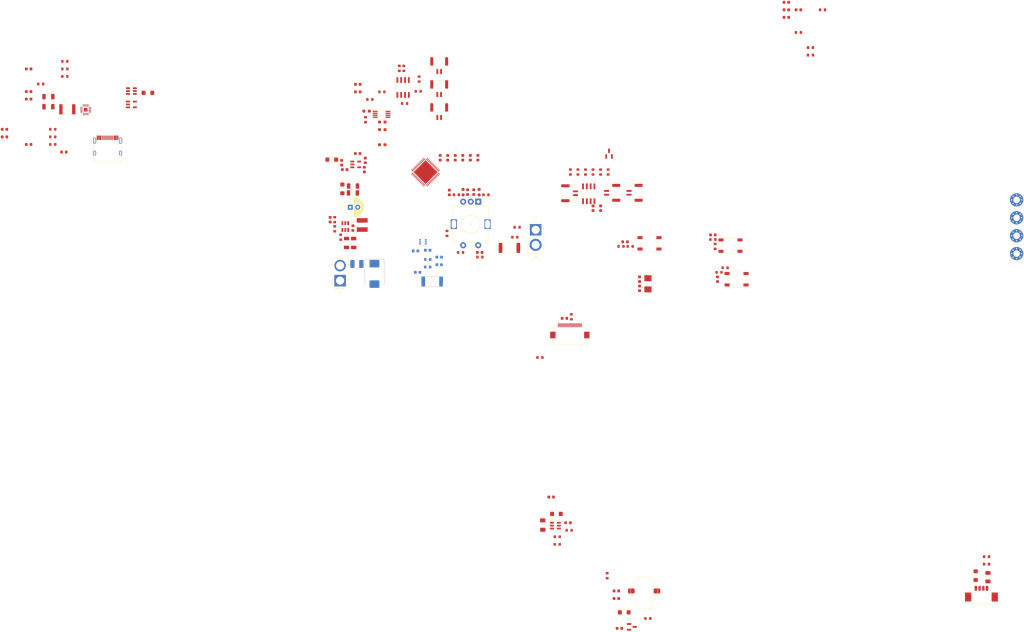
<source format=kicad_pcb>
(kicad_pcb (version 20221018) (generator pcbnew)
  (layers (0 "F.Cu" signal) (1 "In1.Cu" signal) (2 "In2.Cu" signal) (31 "B.Cu" signal) (34 "B.Paste" user) (35 "F.Paste" user) (36 "B.SilkS" user "B.Silkscreen") (37 "F.SilkS" user "F.Silkscreen") (38 "B.Mask" user) (39 "F.Mask" user) (44 "Edge.Cuts" user))
  (net 0 "")
  (net 1 "Net-(D2-A)")
  (net 2 "VSS")
  (net 3 "Net-(U2-BS)")
  (net 4 "Net-(U2-LX)")
  (net 5 "Net-(U2-FB)")
  (net 6 "+24V")
  (net 7 "RCC_OSC_IN")
  (net 8 "Net-(D3-K)")
  (net 9 "Net-(U3-BP{slash}FB)")
  (net 10 "+3.3V")
  (net 11 "RCC_OSC_OUT")
  (net 12 "+3.3V_USBTTL")
  (net 13 "Net-(BZ1--)")
  (net 14 "NRST")
  (net 15 "PB14")
  (net 16 "PB15")
  (net 17 "Net-(U7-+)")
  (net 18 "Net-(U7--)")
  (net 19 "RES")
  (net 20 "VBUS_USBTTL")
  (net 21 "Net-(C19-Pad1)")
  (net 22 "Net-(C46-Pad1)")
  (net 23 "Net-(J5-SHIELD)")
  (net 24 "Net-(U10-BP)")
  (net 25 "Net-(D10-A)")
  (net 26 "Net-(D4-A)")
  (net 27 "Net-(D6-K)")
  (net 28 "/VBUS_CONNECTOR")
  (net 29 "B-")
  (net 30 "A+")
  (net 31 "Net-(J2-Pin_4)")
  (net 32 "Net-(F4-Pad1)")
  (net 33 "Net-(J1-Pin_2)")
  (net 34 "Net-(J2-Pin_1)")
  (net 35 "Net-(J2-Pin_2)")
  (net 36 "C2P")
  (net 37 "C2N")
  (net 38 "C1P")
  (net 39 "C1N")
  (net 40 "CS")
  (net 41 "D{slash}C")
  (net 42 "SCLK")
  (net 43 "SDIN")
  (net 44 "IREF")
  (net 45 "VCOMH")
  (net 46 "VCC")
  (net 47 "Net-(J5-CC1)")
  (net 48 "USB_UART_DP")
  (net 49 "USB_UART_DM")
  (net 51 "Net-(J5-CC2)")
  (net 53 "CANL")
  (net 54 "CANH")
  (net 55 "Net-(Q1-G)")
  (net 56 "Net-(U2-EN)")
  (net 57 "Net-(U9-VBUS)")
  (net 58 "CAN_TX")
  (net 59 "Net-(U5-TXD)")
  (net 60 "CAN_RX")
  (net 61 "Net-(U5-RXD)")
  (net 62 "BUZZER")
  (net 63 "SYS_JTCK-SWDCLK")
  (net 64 "SYS_JTMS-SWDIO")
  (net 65 "Net-(R18-Pad1)")
  (net 66 "Net-(R20-Pad1)")
  (net 67 "Net-(R22-Pad1)")
  (net 68 "PC10")
  (net 69 "CAN_STB")
  (net 70 "Net-(U5-STB)")
  (net 71 "Net-(U9-RXD)")
  (net 72 "PB6")
  (net 73 "Net-(U9-TXD)")
  (net 74 "PB7")
  (net 75 "Net-(U1-D)")
  (net 76 "iA+")
  (net 77 "Net-(U1-R)")
  (net 78 "Net-(R39-Pad2)")
  (net 79 "24v_motor")
  (net 80 "Net-(U4-OUTA)")
  (net 83 "PB1")
  (net 84 "A_I")
  (net 85 "PC14")
  (net 86 "PC15")
  (net 87 "ADC_1")
  (net 88 "PA2")
  (net 89 "ADC_2")
  (net 90 "PA4")
  (net 91 "PA5")
  (net 92 "PA6")
  (net 93 "PA7")
  (net 94 "PC4")
  (net 95 "PB0")
  (net 96 "PB2")
  (net 97 "VREF+")
  (net 98 "PB10")
  (net 99 "PB11")
  (net 100 "PB12")
  (net 101 "PB13")
  (net 102 "PC6")
  (net 103 "PA8")
  (net 104 "PA9")
  (net 105 "Net-(U4-OUTB)")
  (net 106 "PA11")
  (net 107 "PA12")
  (net 108 "Net-(R31-Pad2)")
  (net 109 "PB4")
  (net 117 "Net-(R40-Pad2)")
  (net 118 "Encoder_button")
  (net 119 "Net-(U13-EN)")
  (net 120 "Net-(U13-FB)")
  (net 122 "+5V")
  (net 123 "GND")
  (footprint "Resistor_SMD:R_0603_1608Metric_Pad0.98x0.95mm_HandSolder" (layer "F.Cu") (at 71.12 117.602 -90)
    (fp_text reference "R31" hide)
    (fp_text value "10k" hide)
    (pad "1" smd roundrect (at -0.9125 0 270) (size 0.975 0.95) (layers "F.Cu" "F.Paste" "F.Mask") (net 106 "PA11"))
    (pad "2" smd roundrect (at 0.9125 0 270) (size 0.975 0.95) (layers "F.Cu" "F.Paste" "F.Mask") (net 108 "Net-(R31-Pad2)"))
  )
  (footprint "Package_DFN_QFN:TQFN-16-1EP_3x3mm_P0.5mm_EP1.23x1.23mm" (layer "F.Cu") (at -54.353 90.202)
    (fp_text reference "U9" hide)
    (fp_text value "CH343P" hide)
    (pad "1" smd roundrect (at -1.4375 -0.75) (size 0.825 0.25) (layers "F.Cu" "F.Paste" "F.Mask") (net 12 "+3.3V_USBTTL"))
    (pad "2" smd roundrect (at -1.4375 -0.25) (size 0.825 0.25) (layers "F.Cu" "F.Paste" "F.Mask") (net 123 "GND"))
    (pad "3" smd roundrect (at -1.4375 0.25) (size 0.825 0.25) (layers "F.Cu" "F.Paste" "F.Mask") (net 12 "+3.3V_USBTTL"))
    (pad "4" smd roundrect (at -1.4375 0.75) (size 0.825 0.25) (layers "F.Cu" "F.Paste" "F.Mask") (net 73 "Net-(U9-TXD)"))
    (pad "5" smd roundrect (at -0.75 1.4375) (size 0.25 0.825) (layers "F.Cu" "F.Paste" "F.Mask") (net 71 "Net-(U9-RXD)"))
    (pad "6" smd roundrect (at -0.25 1.4375) (size 0.25 0.825) (layers "F.Cu" "F.Paste" "F.Mask") (net 12 "+3.3V_USBTTL"))
    (pad "7" smd roundrect (at 0.25 1.4375) (size 0.25 0.825) (layers "F.Cu" "F.Paste" "F.Mask") (net 48 "USB_UART_DP"))
    (pad "8" smd roundrect (at 0.75 1.4375) (size 0.25 0.825) (layers "F.Cu" "F.Paste" "F.Mask") (net 49 "USB_UART_DM"))
    (pad "9" smd roundrect (at 1.4375 0.75) (size 0.825 0.25) (layers "F.Cu" "F.Paste" "F.Mask") (net 57 "Net-(U9-VBUS)"))
    (pad "10" smd roundrect (at 1.4375 0.25) (size 0.825 0.25) (layers "F.Cu" "F.Paste" "F.Mask"))
    (pad "11" smd roundrect (at 1.4375 -0.25) (size 0.825 0.25) (layers "F.Cu" "F.Paste" "F.Mask"))
    (pad "12" smd roundrect (at 1.4375 -0.75) (size 0.825 0.25) (layers "F.Cu" "F.Paste" "F.Mask"))
    (pad "13" smd roundrect (at 0.75 -1.4375) (size 0.25 0.825) (layers "F.Cu" "F.Paste" "F.Mask"))
    (pad "14" smd roundrect (at 0.25 -1.4375) (size 0.25 0.825) (layers "F.Cu" "F.Paste" "F.Mask"))
    (pad "15" smd roundrect (at -0.25 -1.4375) (size 0.25 0.825) (layers "F.Cu" "F.Paste" "F.Mask"))
    (pad "16" smd roundrect (at -0.75 -1.4375) (size 0.25 0.825) (layers "F.Cu" "F.Paste" "F.Mask"))
    (pad "17" smd rect (at 0 0) (size 1.23 1.23) (layers "F.Cu" "F.Mask") (net 123 "GND"))
  )
  (footprint "Resistor_SMD:R_0603_1608Metric" (layer "F.Cu") (at 49.908 76.454 -90)
    (fp_text reference "R8" hide)
    (fp_text value "33r" hide)
    (pad "1" smd roundrect (at -0.825 0 270) (size 0.8 0.95) (layers "F.Cu" "F.Paste" "F.Mask") (net 60 "CAN_RX"))
    (pad "2" smd roundrect (at 0.825 0 270) (size 0.8 0.95) (layers "F.Cu" "F.Paste" "F.Mask") (net 61 "Net-(U5-RXD)"))
  )
  (footprint "Resistor_SMD:R_0603_1608Metric" (layer "F.Cu") (at 56.512 80.01 -90)
    (fp_text reference "R29" hide)
    (fp_text value "120R" hide)
    (pad "1" smd roundrect (at -0.825 0 270) (size 0.8 0.95) (layers "F.Cu" "F.Paste" "F.Mask") (net 69 "CAN_STB"))
    (pad "2" smd roundrect (at 0.825 0 270) (size 0.8 0.95) (layers "F.Cu" "F.Paste" "F.Mask") (net 70 "Net-(U5-STB)"))
  )
  (footprint "Capacitor_SMD:C_0603_1608Metric" (layer "F.Cu") (at 72.644 117.602 -90)
    (fp_text reference "C39" hide)
    (fp_text value "C" hide)
    (pad "1" smd roundrect (at -0.775 0 270) (size 0.9 0.95) (layers "F.Cu" "F.Paste" "F.Mask") (net 106 "PA11"))
    (pad "2" smd roundrect (at 0.775 0 270) (size 0.9 0.95) (layers "F.Cu" "F.Paste" "F.Mask") (net 123 "GND"))
  )
  (footprint "Resistor_SMD:R_0603_1608Metric" (layer "F.Cu") (at 78.74 118.48 180)
    (fp_text reference "R39" hide)
    (fp_text value "10k" hide)
    (pad "1" smd roundrect (at -0.825 0 180) (size 0.8 0.95) (layers "F.Cu" "F.Paste" "F.Mask") (net 10 "+3.3V"))
    (pad "2" smd roundrect (at 0.825 0 180) (size 0.8 0.95) (layers "F.Cu" "F.Paste" "F.Mask") (net 78 "Net-(R39-Pad2)"))
  )
  (footprint "Resistor_SMD:R_0603_1608Metric" (layer "F.Cu") (at 111.82 110.919 90)
    (fp_text reference "R55" hide)
    (fp_text value "100" hide)
    (pad "1" smd roundrect (at -0.825 0 90) (size 0.8 0.95) (layers "F.Cu" "F.Paste" "F.Mask") (net 99 "PB11"))
    (pad "2" smd roundrect (at 0.825 0 90) (size 0.8 0.95) (layers "F.Cu" "F.Paste" "F.Mask") (net 77 "Net-(U1-R)"))
  )
  (footprint "Connector_JST:JST_GH_SM02B-GHS-TB_1x02-1MP_P1.25mm_Horizontal" (layer "F.Cu") (at 128.139 117.83 90)
    (fp_text reference "J16" hide)
    (fp_text value "RS-485" hide)
    (pad "1" smd roundrect (at -0.625 -1.85 90) (size 0.6 1.7) (layers "F.Cu" "F.Paste" "F.Mask") (net 29 "B-"))
    (pad "2" smd roundrect (at 0.625 -1.85 90) (size 0.6 1.7) (layers "F.Cu" "F.Paste" "F.Mask") (net 30 "A+"))
    (pad "MP" smd roundrect (at -2.475 1.35 90) (size 1 2.7) (layers "F.Cu" "F.Paste" "F.Mask") (net 123 "GND"))
    (pad "MP" smd roundrect (at 2.475 1.35 90) (size 1 2.7) (layers "F.Cu" "F.Paste" "F.Mask") (net 123 "GND"))
  )
  (footprint "Diode_SMD:D_SMF" (layer "F.Cu") (at 102.154 224.584)
    (fp_text reference "D10" hide)
    (fp_text value "D_Schottky" hide)
    (pad "1" smd roundrect (at -1.45 0) (size 1.3 1.4) (layers "F.Cu" "F.Paste" "F.Mask") (roundrect_rratio 0.1923076923) (net 46 "VCC"))
    (pad "2" smd roundrect (at 1.45 0) (size 1.3 1.4) (layers "F.Cu" "F.Paste" "F.Mask") (roundrect_rratio 0.1923076923) (net 25 "Net-(D10-A)"))
  )
  (footprint "Capacitor_SMD:C_0603_1608Metric" (layer "F.Cu") (at 178.607 59.496)
    (fp_text reference "C17" hide)
    (fp_text value "2.2uf" hide)
    (pad "1" smd roundrect (at -0.775 0) (size 0.9 0.95) (layers "F.Cu" "F.Paste" "F.Mask") (net 45 "VCOMH"))
    (pad "2" smd roundrect (at 0.775 0) (size 0.9 0.95) (layers "F.Cu" "F.Paste" "F.Mask") (net 123 "GND"))
  )
  (footprint "Capacitor_SMD:C_0603_1608Metric" (layer "F.Cu") (at 122.093 252.712)
    (fp_text reference "C24" hide)
    (fp_text value "10u" hide)
    (pad "1" smd roundrect (at -0.775 0) (size 0.9 0.95) (layers "F.Cu" "F.Paste" "F.Mask") (net 123 "GND"))
    (pad "2" smd roundrect (at 0.775 0) (size 0.9 0.95) (layers "F.Cu" "F.Paste" "F.Mask") (net 122 "+5V"))
  )
  (footprint "Resistor_SMD:R_0603_1608Metric_Pad0.98x0.95mm_HandSolder" (layer "F.Cu") (at 76.454 117.602 -90)
    (fp_text reference "R6" hide)
    (fp_text value "10k" hide)
    (pad "1" smd roundrect (at -0.9125 0 270) (size 0.975 0.95) (layers "F.Cu" "F.Paste" "F.Mask") (net 107 "PA12"))
    (pad "2" smd roundrect (at 0.9125 0 270) (size 0.975 0.95) (layers "F.Cu" "F.Paste" "F.Mask") (net 78 "Net-(R39-Pad2)"))
  )
  (footprint "Capacitor_SMD:C_0603_1608Metric" (layer "F.Cu") (at 31.761 110.104 180)
    (fp_text reference "C10" hide)
    (fp_text value "10u" hide)
    (pad "1" smd roundrect (at -0.775 0 180) (size 0.9 0.95) (layers "F.Cu" "F.Paste" "F.Mask") (net 8 "Net-(D3-K)"))
    (pad "2" smd roundrect (at 0.775 0 180) (size 0.9 0.95) (layers "F.Cu" "F.Paste" "F.Mask") (net 123 "GND"))
  )
  (footprint "Inductor_SMD:L_Bourns-SRN4018" (layer "F.Cu") (at 37.592 128.525 90)
    (fp_text reference "L1" hide)
    (fp_text value "L" hide)
    (pad "1" smd rect (at -1.525 0 90) (size 1.5 3.6) (layers "F.Cu" "F.Paste" "F.Mask") (net 4 "Net-(U2-LX)"))
    (pad "2" smd rect (at 1.525 0 90) (size 1.5 3.6) (layers "F.Cu" "F.Paste" "F.Mask") (net 1 "Net-(D2-A)"))
  )
  (footprint "Package_TO_SOT_SMD:SOT-23-6" (layer "F.Cu") (at 31.953467 129.050603 -90)
    (fp_text reference "U2" hide)
    (fp_text value "RY8411" hide)
    (pad "1" smd roundrect (at -1.1375 -0.95 270) (size 1.325 0.6) (layers "F.Cu" "F.Paste" "F.Mask") (net 3 "Net-(U2-BS)"))
    (pad "2" smd roundrect (at -1.1375 0 270) (size 1.325 0.6) (layers "F.Cu" "F.Paste" "F.Mask") (net 123 "GND"))
    (pad "3" smd roundrect (at -1.1375 0.95 270) (size 1.325 0.6) (layers "F.Cu" "F.Paste" "F.Mask") (net 5 "Net-(U2-FB)"))
    (pad "4" smd roundrect (at 1.1375 0.95 270) (size 1.325 0.6) (layers "F.Cu" "F.Paste" "F.Mask") (net 56 "Net-(U2-EN)"))
    (pad "5" smd roundrect (at 1.1375 0 270) (size 1.325 0.6) (layers "F.Cu" "F.Paste" "F.Mask") (net 6 "+24V"))
    (pad "6" smd roundrect (at 1.1375 -0.95 270) (size 1.325 0.6) (layers "F.Cu" "F.Paste" "F.Mask") (net 4 "Net-(U2-LX)"))
  )
  (footprint "Diode_SMD:D_SMF" (layer "F.Cu") (at 27.443 106.802 180)
    (fp_text reference "D3" hide)
    (fp_text value "D_Schottky" hide)
    (pad "1" smd roundrect (at -1.45 0 180) (size 1.3 1.4) (layers "F.Cu" "F.Paste" "F.Mask") (roundrect_rratio 0.1923076923) (net 8 "Net-(D3-K)"))
    (pad "2" smd roundrect (at 1.45 0 180) (size 1.3 1.4) (layers "F.Cu" "F.Paste" "F.Mask") (roundrect_rratio 0.1923076923) (net 122 "+5V"))
  )
  (footprint "Capacitor_SMD:C_0603_1608Metric" (layer "F.Cu") (at -73.318 84.166)
    (fp_text reference "C43" hide)
    (fp_text value "10nF" hide)
    (pad "1" smd roundrect (at -0.775 0) (size 0.9 0.95) (layers "F.Cu" "F.Paste" "F.Mask") (net 123 "GND"))
    (pad "2" smd roundrect (at 0.775 0) (size 0.9 0.95) (layers "F.Cu" "F.Paste" "F.Mask") (net 23 "Net-(J5-SHIELD)"))
  )
  (footprint "Resistor_SMD:R_0603_1608Metric" (layer "F.Cu") (at 102.425 232.186)
    (fp_text reference "R61" hide)
    (fp_text value "19k" hide)
    (pad "1" smd roundrect (at -0.825 0) (size 0.8 0.95) (layers "F.Cu" "F.Paste" "F.Mask") (net 46 "VCC"))
    (pad "2" smd roundrect (at 0.825 0) (size 0.8 0.95) (layers "F.Cu" "F.Paste" "F.Mask") (net 120 "Net-(U13-FB)"))
  )
  (footprint "Package_SO:SOIC-8_3.9x4.9mm_P1.27mm" (layer "F.Cu") (at 51.178 82.804 -90)
    (fp_text reference "U5" hide)
    (fp_text value "SIT1042T/3" hide)
    (pad "1" smd roundrect (at -2.475 -1.905 270) (size 1.95 0.6) (layers "F.Cu" "F.Paste" "F.Mask") (net 59 "Net-(U5-TXD)"))
    (pad "2" smd roundrect (at -2.475 -0.635 270) (size 1.95 0.6) (layers "F.Cu" "F.Paste" "F.Mask") (net 123 "GND"))
    (pad "3" smd roundrect (at -2.475 0.635 270) (size 1.95 0.6) (layers "F.Cu" "F.Paste" "F.Mask") (net 122 "+5V"))
    (pad "4" smd roundrect (at -2.475 1.905 270) (size 1.95 0.6) (layers "F.Cu" "F.Paste" "F.Mask") (net 61 "Net-(U5-RXD)"))
    (pad "5" smd roundrect (at 2.475 1.905 270) (size 1.95 0.6) (layers "F.Cu" "F.Paste" "F.Mask") (net 10 "+3.3V"))
    (pad "6" smd roundrect (at 2.475 0.635 270) (size 1.95 0.6) (layers "F.Cu" "F.Paste" "F.Mask") (net 53 "CANL"))
    (pad "7" smd roundrect (at 2.475 -0.635 270) (size 1.95 0.6) (layers "F.Cu" "F.Paste" "F.Mask") (net 54 "CANH"))
    (pad "8" smd roundrect (at 2.475 -1.905 270) (size 1.95 0.6) (layers "F.Cu" "F.Paste" "F.Mask") (net 70 "Net-(U5-STB)"))
  )
  (footprint "Resistor_SMD:R_0603_1608Metric" (layer "F.Cu") (at 190.637 56.986)
    (fp_text reference "R52" hide)
    (fp_text value "100k" hide)
    (pad "1" smd roundrect (at -0.825 0) (size 0.8 0.95) (layers "F.Cu" "F.Paste" "F.Mask") (net 95 "PB0"))
    (pad "2" smd roundrect (at 0.825 0) (size 0.8 0.95) (layers "F.Cu" "F.Paste" "F.Mask") (net 123 "GND"))
  )
  (footprint "Connector_Molex:Molex_PicoBlade_53261-0471_1x04-1MP_P1.25mm_Horizontal" (layer "F.Cu") (at 243.479 251.722)
    (fp_text reference "J2" hide)
    (fp_text value "Conn_01x04_MountingPin" hide)
    (pad "1" smd roundrect (at -1.875 -2.4) (size 0.8 1.6) (layers "F.Cu" "F.Paste" "F.Mask") (net 34 "Net-(J2-Pin_1)"))
    (pad "2" smd roundrect (at -0.625 -2.4) (size 0.8 1.6) (layers "F.Cu" "F.Paste" "F.Mask") (net 35 "Net-(J2-Pin_2)"))
    (pad "3" smd roundrect (at 0.625 -2.4) (size 0.8 1.6) (layers "F.Cu" "F.Paste" "F.Mask") (net 123 "GND"))
    (pad "4" smd roundrect (at 1.875 -2.4) (size 0.8 1.6) (layers "F.Cu" "F.Paste" "F.Mask") (net 31 "Net-(J2-Pin_4)"))
    (pad "MP" smd roundrect (at -4.425 0.5) (size 2.1 3) (layers "F.Cu" "F.Paste" "F.Mask") (roundrect_rratio 0.119048) (net 123 "GND"))
    (pad "MP" smd roundrect (at 4.425 0.5) (size 2.1 3) (layers "F.Cu" "F.Paste" "F.Mask") (roundrect_rratio 0.119048) (net 123 "GND"))
  )
  (footprint "Capacitor_SMD:C_0603_1608Metric" (layer "F.Cu") (at 104.836 159.564)
    (fp_text reference "C35" hide)
    (fp_text value "100n" hide)
    (pad "1" smd roundrect (at -0.775 0) (size 0.9 0.95) (layers "F.Cu" "F.Paste" "F.Mask") (net 123 "GND"))
    (pad "2" smd roundrect (at 0.775 0) (size 0.9 0.95) (layers "F.Cu" "F.Paste" "F.Mask") (net 19 "RES"))
  )
  (footprint "Resistor_SMD:R_0603_1608Metric" (layer "F.Cu") (at 106.8 110.919 90)
    (fp_text reference "R53" hide)
    (fp_text value "4.7k" hide)
    (pad "1" smd roundrect (at -0.825 0 90) (size 0.8 0.95) (layers "F.Cu" "F.Paste" "F.Mask") (net 10 "+3.3V"))
    (pad "2" smd roundrect (at 0.825 0 90) (size 0.8 0.95) (layers "F.Cu" "F.Paste" "F.Mask") (net 77 "Net-(U1-R)"))
  )
  (footprint "Resistor_SMD:R_0603_1608Metric" (layer "F.Cu") (at 154.94 135.636 90)
    (fp_text reference "R21" hide)
    (fp_text value "10k" hide)
    (pad "1" smd roundrect (at -0.825 0 90) (size 0.8 0.95) (layers "F.Cu" "F.Paste" "F.Mask") (net 10 "+3.3V"))
    (pad "2" smd roundrect (at 0.825 0 90) (size 0.8 0.95) (layers "F.Cu" "F.Paste" "F.Mask") (net 66 "Net-(R20-Pad1)"))
  )
  (footprint "Resistor_SMD:R_0603_1608Metric" (layer "F.Cu") (at -61.288 74.126)
    (fp_text reference "R35" hide)
    (fp_text value "5.1k" hide)
    (pad "1" smd roundrect (at -0.825 0) (size 0.8 0.95) (layers "F.Cu" "F.Paste" "F.Mask") (net 123 "GND"))
    (pad "2" smd roundrect (at 0.825 0) (size 0.8 0.95) (layers "F.Cu" "F.Paste" "F.Mask") (net 51 "Net-(J5-CC2)"))
  )
  (footprint "Button_Switch_SMD:SW_SPST_TL3342" (layer "F.Cu") (at 162.052 146.558)
    (fp_text reference "SW3" hide)
    (fp_text value "SW_Push" hide)
    (pad "1" smd rect (at -3.15 -1.9) (size 1.7 1) (layers "F.Cu" "F.Paste" "F.Mask") (net 67 "Net-(R22-Pad1)"))
    (pad "1" smd rect (at 3.15 -1.9) (size 1.7 1) (layers "F.Cu" "F.Paste" "F.Mask") (net 67 "Net-(R22-Pad1)"))
    (pad "2" smd rect (at -3.15 1.9) (size 1.7 1) (layers "F.Cu" "F.Paste" "F.Mask") (net 123 "GND"))
    (pad "2" smd rect (at 3.15 1.9) (size 1.7 1) (layers "F.Cu" "F.Paste" "F.Mask") (net 123 "GND"))
  )
  (footprint "Resistor_SMD:R_0603_1608Metric_Pad0.98x0.95mm_HandSolder" (layer "F.Cu") (at 39.044094 90.68486)
    (fp_text reference "R25" hide)
    (fp_text value "33R" hide)
    (pad "1" smd roundrect (at -0.9125 0) (size 0.975 0.95) (layers "F.Cu" "F.Paste" "F.Mask") (net 87 "ADC_1"))
    (pad "2" smd roundrect (at 0.9125 0) (size 0.975 0.95) (layers "F.Cu" "F.Paste" "F.Mask") (net 80 "Net-(U4-OUTA)"))
  )
  (footprint "Capacitor_SMD:C_0603_1608Metric" (layer "F.Cu") (at 74.676 117.602 90)
    (fp_text reference "C38" hide)
    (fp_text value "100n" hide)
    (pad "1" smd roundrect (at -0.775 0 90) (size 0.9 0.95) (layers "F.Cu" "F.Paste" "F.Mask") (net 123 "GND"))
    (pad "2" smd roundrect (at 0.775 0 90) (size 0.9 0.95) (layers "F.Cu" "F.Paste" "F.Mask") (net 107 "PA12"))
  )
  (footprint "Connector_JST:JST_GH_BM02B-GHS-TBT_1x02-1MP_P1.25mm_Vertical" (layer "F.Cu") (at 63.181 90.838)
    (fp_text reference "J9" hide)
    (fp_text value "CAN" hide)
    (pad "1" smd roundrect (at -0.625 1.95) (size 0.6 1.7) (layers "F.Cu" "F.Paste" "F.Mask") (net 53 "CANL"))
    (pad "2" smd roundrect (at 0.625 1.95) (size 0.6 1.7) (layers "F.Cu" "F.Paste" "F.Mask") (net 54 "CANH"))
    (pad "MP" smd roundrect (at -2.475 -1.4) (size 1 2.8) (layers "F.Cu" "F.Paste" "F.Mask") (net 123 "GND"))
    (pad "MP" smd roundrect (at 2.475 -1.4) (size 1 2.8) (layers "F.Cu" "F.Paste" "F.Mask") (net 123 "GND"))
  )
  (footprint "Resistor_SMD:R_0603_1608Metric" (layer "F.Cu") (at 51.432 76.454 -90)
    (fp_text reference "R7" hide)
    (fp_text value "33r" hide)
    (pad "1" smd roundrect (at -0.825 0 270) (size 0.8 0.95) (layers "F.Cu" "F.Paste" "F.Mask") (net 58 "CAN_TX"))
    (pad "2" smd roundrect (at 0.825 0 270) (size 0.8 0.95) (layers "F.Cu" "F.Paste" "F.Mask") (net 59 "Net-(U5-TXD)"))
  )
  (footprint "0_RM2023:MLT-9032" (layer "F.Cu") (at 131.318 250.202)
    (fp_text reference "BZ1" hide)
    (fp_text value "Buzzer" hide)
    (pad "1" smd roundrect (at -4.25 0) (size 2.2 1.7) (layers "F.Cu" "F.Paste" "F.Mask") (net 13 "Net-(BZ1--)"))
    (pad "2" smd roundrect (at 4.25 0) (size 2.2 1.7) (layers "F.Cu" "F.Paste" "F.Mask") (net 122 "+5V"))
  )
  (footprint "Package_TO_SOT_SMD:SOT-23-6" (layer "F.Cu") (at 101.809 228.484)
    (fp_text reference "U13" hide)
    (fp_text value "MT3608" hide)
    (pad "1" smd roundrect (at -1.1375 -0.95) (size 1.325 0.6) (layers "F.Cu" "F.Paste" "F.Mask") (net 25 "Net-(D10-A)"))
    (pad "2" smd roundrect (at -1.1375 0) (size 1.325 0.6) (layers "F.Cu" "F.Paste" "F.Mask") (net 123 "GND"))
    (pad "3" smd roundrect (at -1.1375 0.95) (size 1.325 0.6) (layers "F.Cu" "F.Paste" "F.Mask") (net 120 "Net-(U13-FB)"))
    (pad "4" smd roundrect (at 1.1375 0.95) (size 1.325 0.6) (layers "F.Cu" "F.Paste" "F.Mask") (net 119 "Net-(U13-EN)"))
    (pad "5" smd roundrect (at 1.1375 0) (size 1.325 0.6) (layers "F.Cu" "F.Paste" "F.Mask") (net 122 "+5V"))
    (pad "6" smd roundrect (at 1.1375 -0.95) (size 1.325 0.6) (layers "F.Cu" "F.Paste" "F.Mask"))
  )
  (footprint "Resistor_SMD:R_0603_1608Metric" (layer "F.Cu") (at -61.288 76.636)
    (fp_text reference "R36" hide)
    (fp_text value "10K" hide)
    (pad "1" smd roundrect (at -0.825 0) (size 0.8 0.95) (layers "F.Cu" "F.Paste" "F.Mask") (net 20 "VBUS_USBTTL"))
    (pad "2" smd roundrect (at 0.825 0) (size 0.8 0.95) (layers "F.Cu" "F.Paste" "F.Mask") (net 26 "Net-(D4-A)"))
  )
  (footprint "Resistor_SMD:R_0603_1608Metric" (layer "F.Cu") (at 106.389 230.024)
    (fp_text reference "R50" hide)
    (fp_text value "10k" hide)
    (pad "1" smd roundrect (at -0.825 0) (size 0.8 0.95) (layers "F.Cu" "F.Paste" "F.Mask") (net 122 "+5V"))
    (pad "2" smd roundrect (at 0.825 0) (size 0.8 0.95) (layers "F.Cu" "F.Paste" "F.Mask") (net 119 "Net-(U13-EN)"))
  )
  (footprint "Capacitor_SMD:C_0603_1608Metric" (layer "F.Cu") (at 155.702 146.558 90)
    (fp_text reference "C33" hide)
    (fp_text value "100n" hide)
    (pad "1" smd roundrect (at -0.775 0 90) (size 0.9 0.95) (layers "F.Cu" "F.Paste" "F.Mask") (net 123 "GND"))
    (pad "2" smd roundrect (at 0.775 0 90) (size 0.9 0.95) (layers "F.Cu" "F.Paste" "F.Mask") (net 16 "PB15"))
  )
  (footprint "Capacitor_SMD:C_0603_1608Metric" (layer "F.Cu") (at 154.178 131.826 180)
    (fp_text reference "C32" hide)
    (fp_text value "100n" hide)
    (pad "1" smd roundrect (at -0.775 0 180) (size 0.9 0.95) (layers "F.Cu" "F.Paste" "F.Mask") (net 123 "GND"))
    (pad "2" smd roundrect (at 0.775 0 180) (size 0.9 0.95) (layers "F.Cu" "F.Paste" "F.Mask") (net 15 "PB14"))
  )
  (footprint "Capacitor_THT:CP_Radial_D6.3mm_P2.50mm" (layer "F.Cu") (at 33.615621 122.62)
    (fp_text reference "C3" hide)
    (fp_text value "47uF" hide)
    (pad "1" thru_hole rect (at 0 0) (size 1.6 1.6) (drill 0.8) (layers "*.Cu" "*.Mask") (net 1 "Net-(D2-A)"))
    (pad "2" thru_hole circle (at 2.5 0) (size 1.6 1.6) (drill 0.8) (layers "*.Cu" "*.Mask") (net 123 "GND"))
  )
  (footprint "Resistor_SMD:R_0603_1608Metric" (layer "F.Cu") (at 44.133 84.268)
    (fp_text reference "R43" hide)
    (fp_text value "R" hide)
    (pad "1" smd roundrect (at -0.825 0) (size 0.8 0.95) (layers "F.Cu" "F.Paste" "F.Mask") (net 53 "CANL"))
    (pad "2" smd roundrect (at 0.825 0) (size 0.8 0.95) (layers "F.Cu" "F.Paste" "F.Mask") (net 89 "ADC_2"))
  )
  (footprint "Capacitor_SMD:C_0603_1608Metric" (layer "F.Cu") (at 66.01 106.172 90)
    (fp_text reference "C26" hide)
    (fp_text value "100n" hide)
    (pad "1" smd roundrect (at -0.775 0 90) (size 0.9 0.95) (layers "F.Cu" "F.Paste" "F.Mask") (net 10 "+3.3V"))
    (pad "2" smd roundrect (at 0.775 0 90) (size 0.9 0.95) (layers "F.Cu" "F.Paste" "F.Mask") (net 123 "GND"))
  )
  (footprint "Capacitor_SMD:C_0603_1608Metric" (layer "F.Cu") (at -81.338 99.226)
    (fp_text reference "C21" hide)
    (fp_text value "100nF" hide)
    (pad "1" smd roundrect (at -0.775 0) (size 0.9 0.95) (layers "F.Cu" "F.Paste" "F.Mask") (net 12 "+3.3V_USBTTL"))
    (pad "2" smd roundrect (at 0.775 0) (size 0.9 0.95) (layers "F.Cu" "F.Paste" "F.Mask") (net 123 "GND"))
  )
  (footprint "Resistor_SMD:R_0603_1608Metric" (layer "F.Cu") (at -69.308 81.656)
    (fp_text reference "R5" hide)
    (fp_text value "330R" hide)
    (pad "1" smd roundrect (at -0.825 0) (size 0.8 0.95) (layers "F.Cu" "F.Paste" "F.Mask") (net 57 "Net-(U9-VBUS)"))
    (pad "2" smd roundrect (at 0.825 0) (size 0.8 0.95) (layers "F.Cu" "F.Paste" "F.Mask") (net 20 "VBUS_USBTTL"))
  )
  (footprint "Package_TO_SOT_SMD:SOT-23-6" (layer "F.Cu") (at -39.148 83.996)
    (fp_text reference "U6" hide)
    (fp_text value "IP4220CZ6" hide)
    (pad "1" smd roundrect (at -1.1375 -0.95) (size 1.325 0.6) (layers "F.Cu" "F.Paste" "F.Mask") (net 48 "USB_UART_DP"))
    (pad "2" smd roundrect (at -1.1375 0) (size 1.325 0.6) (layers "F.Cu" "F.Paste" "F.Mask") (net 123 "GND"))
    (pad "3" smd roundrect (at -1.1375 0.95) (size 1.325 0.6) (layers "F.Cu" "F.Paste" "F.Mask"))
    (pad "4" smd roundrect (at 1.1375 0.95) (size 1.325 0.6) (layers "F.Cu" "F.Paste" "F.Mask"))
    (pad "5" smd roundrect (at 1.1375 0) (size 1.325 0.6) (layers "F.Cu" "F.Paste" "F.Mask") (net 20 "VBUS_USBTTL"))
    (pad "6" smd roundrect (at 1.1375 -0.95) (size 1.325 0.6) (layers "F.Cu" "F.Paste" "F.Mask") (net 49 "USB_UART_DM"))
  )
  (footprint "MountingHole:MountingHole_2.2mm_M2_Pad_Via" (layer "F.Cu") (at 255.166726 138.034726)
    (fp_text reference "H4" hide)
    (fp_text value "MountingHole_Pad" hide)
    (pad "1" thru_hole circle (at -1.65 0) (size 0.7 0.7) (drill 0.4) (layers "*.Cu" "*.Mask") (net 123 "GND"))
    (pad "1" thru_hole circle (at -1.166726 -1.166726) (size 0.7 0.7) (drill 0.4) (layers "*.Cu" "*.Mask") (net 123 "GND"))
    (pad "1" thru_hole circle (at -1.166726 1.166726) (size 0.7 0.7) (drill 0.4) (layers "*.Cu" "*.Mask") (net 123 "GND"))
    (pad "1" thru_hole circle (at 0 -1.65) (size 0.7 0.7) (drill 0.4) (layers "*.Cu" "*.Mask") (net 123 "GND"))
    (pad "1" thru_hole circle (at 0 0) (size 4.4 4.4) (drill 2.2) (layers "*.Cu" "*.Mask") (net 123 "GND"))
    (pad "1" thru_hole circle (at 0 1.65) (size 0.7 0.7) (drill 0.4) (layers "*.Cu" "*.Mask") (net 123 "GND"))
    (pad "1" thru_hole circle (at 1.166726 -1.166726) (size 0.7 0.7) (drill 0.4) (layers "*.Cu" "*.Mask") (net 123 "GND"))
    (pad "1" thru_hole circle (at 1.166726 1.166726) (size 0.7 0.7) (drill 0.4) (layers "*.Cu" "*.Mask") (net 123 "GND"))
    (pad "1" thru_hole circle (at 1.65 0) (size 0.7 0.7) (drill 0.4) (layers "*.Cu" "*.Mask") (net 123 "GND"))
  )
  (footprint "Capacitor_SMD:C_1206_3216Metric_Pad1.33x1.80mm_HandSolder" (layer "F.Cu") (at 97.6235 228.296 -90)
    (fp_text reference "C51" hide)
    (fp_text value "22u" hide)
    (pad "1" smd roundrect (at -1.5625 0 270) (size 1.325 1.8) (layers "F.Cu" "F.Paste" "F.Mask") (roundrect_rratio 0.188679) (net 122 "+5V"))
    (pad "2" smd roundrect (at 1.5625 0 270) (size 1.325 1.8) (layers "F.Cu" "F.Paste" "F.Mask") (roundrect_rratio 0.188679) (net 123 "GND"))
  )
  (footprint "Resistor_SMD:R_0603_1608Metric" (layer "F.Cu") (at 88.329 132.588)
    (fp_text reference "R51" hide)
    (fp_text value "R" hide)
    (pad "1" smd roundrect (at -0.825 0) (size 0.8 0.95) (layers "F.Cu" "F.Paste" "F.Mask") (net 91 "PA5"))
    (pad "2" smd roundrect (at 0.825 0) (size 0.8 0.95) (layers "F.Cu" "F.Paste" "F.Mask") (net 123 "GND"))
  )
  (footprint "Diode_SMD:D_SMF" (layer "F.Cu") (at 241.554 245.11 90)
    (fp_text reference "D7" hide)
    (fp_text value "SMF3.3A" hide)
    (pad "1" smd roundrect (at -1.45 0 90) (size 1.3 1.4) (layers "F.Cu" "F.Paste" "F.Mask") (roundrect_rratio 0.1923076923) (net 10 "+3.3V"))
    (pad "2" smd roundrect (at 1.45 0 90) (size 1.3 1.4) (layers "F.Cu" "F.Paste" "F.Mask") (roundrect_rratio 0.1923076923) (net 123 "GND"))
  )
  (footprint "Resistor_SMD:R_0603_1608Metric" (layer "F.Cu") (at 76.708 139.192)
    (fp_text reference "R41" hide)
    (fp_text value "100k" hide)
    (pad "1" smd roundrect (at -0.825 0) (size 0.8 0.95) (layers "F.Cu" "F.Paste" "F.Mask") (net 22 "Net-(C46-Pad1)"))
    (pad "2" smd roundrect (at 0.825 0) (size 0.8 0.95) (layers "F.Cu" "F.Paste" "F.Mask") (net 123 "GND"))
  )
  (footprint "Inductor_SMD:L_0603_1608Metric" (layer "F.Cu") (at -73.318 101.736)
    (fp_text reference "FB1" hide)
    (fp_text value "120R@100MHz" hide)
    (pad "1" smd roundrect (at -0.7875 0) (size 0.875 0.95) (layers "F.Cu" "F.Paste" "F.Mask") (net 20 "VBUS_USBTTL"))
    (pad "2" smd roundrect (at 0.7875 0) (size 0.875 0.95) (layers "F.Cu" "F.Paste" "F.Mask") (net 32 "Net-(F4-Pad1)"))
  )
  (footprint "Capacitor_SMD:C_0603_1608Metric" (layer "F.Cu") (at 76.05 106.172 90)
    (fp_text reference "C30" hide)
    (fp_text value "100n" hide)
    (pad "1" smd roundrect (at -0.775 0 90) (size 0.9 0.95) (layers "F.Cu" "F.Paste" "F.Mask") (net 10 "+3.3V"))
    (pad "2" smd roundrect (at 0.775 0 90) (size 0.9 0.95) (layers "F.Cu" "F.Paste" "F.Mask") (net 123 "GND"))
  )
  (footprint "Resistor_SMD:R_0603_1608Metric" (layer "F.Cu") (at 38.6885 93.513 -90)
    (fp_text reference "R16" hide)
    (fp_text value "R" hide)
    (pad "1" smd roundrect (at -0.825 0 270) (size 0.8 0.95) (layers "F.Cu" "F.Paste" "F.Mask") (net 54 "CANH"))
    (pad "2" smd roundrect (at 0.825 0 270) (size 0.8 0.95) (layers "F.Cu" "F.Paste" "F.Mask") (net 123 "GND"))
  )
  (footprint "Package_SO:SOIC-8_3.9x4.9mm_P1.27mm" (layer "F.Cu") (at 112.895 118.149 90)
    (fp_text reference "U1" hide)
    (fp_text value "SN75176AD" hide)
    (pad "1" smd roundrect (at -2.475 -1.905 90) (size 1.95 0.6) (layers "F.Cu" "F.Paste" "F.Mask") (net 77 "Net-(U1-R)"))
    (pad "2" smd roundrect (at -2.475 -0.635 90) (size 1.95 0.6) (layers "F.Cu" "F.Paste" "F.Mask") (net 15 "PB14"))
    (pad "3" smd roundrect (at -2.475 0.635 90) (size 1.95 0.6) (layers "F.Cu" "F.Paste" "F.Mask") (net 15 "PB14"))
    (pad "4" smd roundrect (at -2.475 1.905 90) (size 1.95 0.6) (layers "F.Cu" "F.Paste" "F.Mask") (net 75 "Net-(U1-D)"))
    (pad "5" smd roundrect (at 2.475 1.905 90) (size 1.95 0.6) (layers "F.Cu" "F.Paste" "F.Mask") (net 123 "GND"))
    (pad "6" smd roundrect (at 2.475 0.635 90) (size 1.95 0.6) (layers "F.Cu" "F.Paste" "F.Mask") (net 30 "A+"))
    (pad "7" smd roundrect (at 2.475 -0.635 90) (size 1.95 0.6) (layers "F.Cu" "F.Paste" "F.Mask") (net 29 "B-"))
    (pad "8" smd roundrect (at 2.475 -1.905 90) (size 1.95 0.6) (layers "F.Cu" "F.Paste" "F.Mask") (net 122 "+5V"))
  )
  (footprint "Capacitor_SMD:C_1206_3216Metric" (layer "F.Cu") (at 34.747467 134.517103 -90)
    (fp_text reference "C6" hide)
    (fp_text value "10uF" hide)
    (pad "1" smd roundrect (at -1.475 0 270) (size 1.15 1.8) (layers "F.Cu" "F.Paste" "F.Mask") (roundrect_rratio 0.217391) (net 6 "+24V"))
    (pad "2" smd roundrect (at 1.475 0 270) (size 1.15 1.8) (layers "F.Cu" "F.Paste" "F.Mask") (roundrect_rratio 0.217391) (net 123 "GND"))
  )
  (footprint "Capacitor_SMD:C_0603_1608Metric" (layer "F.Cu") (at 38.281512 110.106344 -90)
    (fp_text reference "C11" hide)
    (fp_text value "10n" hide)
    (pad "1" smd roundrect (at -0.775 0 270) (size 0.9 0.95) (layers "F.Cu" "F.Paste" "F.Mask") (net 9 "Net-(U3-BP{slash}FB)"))
    (pad "2" smd roundrect (at 0.775 0 270) (size 0.9 0.95) (layers "F.Cu" "F.Paste" "F.Mask") (net 123 "GND"))
  )
  (footprint "Capacitor_SMD:C_0603_1608Metric" (layer "F.Cu") (at 116.84 122.949 90)
    (fp_text reference "C50" hide)
    (fp_text value "100n" hide)
    (pad "1" smd roundrect (at -0.775 0 90) (size 0.9 0.95) (layers "F.Cu" "F.Paste" "F.Mask") (net 122 "+5V"))
    (pad "2" smd roundrect (at 0.775 0 90) (size 0.9 0.95) (layers "F.Cu" "F.Paste" "F.Mask") (net 123 "GND"))
  )
  (footprint "Resistor_SMD:R_0603_1608Metric" (layer "F.Cu") (at 182.617 64.516)
    (fp_text reference "R14" hide)
    (fp_text value "R" hide)
    (pad "1" smd roundrect (at -0.825 0) (size 0.8 0.95) (layers "F.Cu" "F.Paste" "F.Mask") (net 44 "IREF"))
    (pad "2" smd roundrect (at 0.825 0) (size 0.8 0.95) (layers "F.Cu" "F.Paste" "F.Mask") (net 123 "GND"))
  )
  (footprint "Capacitor_SMD:C_1206_3216Metric" (layer "F.Cu") (at 34.544 115.571)
    (fp_text reference "C2" hide)
    (fp_text value "10uF" hide)
    (pad "1" smd roundrect (at -1.475 0) (size 1.15 1.8) (layers "F.Cu" "F.Paste" "F.Mask") (roundrect_rratio 0.217391) (net 1 "Net-(D2-A)"))
    (pad "2" smd roundrect (at 1.475 0) (size 1.15 1.8) (layers "F.Cu" "F.Paste" "F.Mask") (roundrect_rratio 0.217391) (net 123 "GND"))
  )
  (footprint "Resistor_SMD:R_0603_1608Metric" (layer "F.Cu") (at 107.122 159.056 -90)
    (fp_text reference "R27" hide)
    (fp_text value "330" hide)
    (pad "1" smd roundrect (at -0.825 0 270) (size 0.8 0.95) (layers "F.Cu" "F.Paste" "F.Mask") (net 68 "PC10"))
    (pad "2" smd roundrect (at 0.825 0 270) (size 0.8 0.95) (layers "F.Cu" "F.Paste" "F.Mask") (net 19 "RES"))
  )
  (footprint "Connector_JST:JST_GH_BM02B-GHS-TBT_1x02-1MP_P1.25mm_Vertical" (layer "F.Cu") (at 63.181 83.188)
    (fp_text reference "J8" hide)
    (fp_text value "CAN" hide)
    (pad "1" smd roundrect (at -0.625 1.95) (size 0.6 1.7) (layers "F.Cu" "F.Paste" "F.Mask") (net 53 "CANL"))
    (pad "2" smd roundrect (at 0.625 1.95) (size 0.6 1.7) (layers "F.Cu" "F.Paste" "F.Mask") (net 54 "CANH"))
    (pad "MP" smd roundrect (at -2.475 -1.4) (size 1 2.8) (layers "F.Cu" "F.Paste" "F.Mask") (net 123 "GND"))
    (pad "MP" smd roundrect (at 2.475 -1.4) (size 1 2.8) (layers "F.Cu" "F.Paste" "F.Mask") (net 123 "GND"))
  )
  (footprint "Rotary_Encoder:RotaryEncoder_Alps_EC11E-Switch_Vertical_H20mm" (layer "F.Cu") (at 76.16 120.766 -90)
    (fp_text reference "SW4" hide)
    (fp_text value "RotaryEncoder_Switch" hide)
    (pad "A" thru_hole rect (at 0 0 270) (size 2 2) (drill 1) (layers "*.Cu" "*.Mask") (net 78 "Net-(R39-Pad2)"))
    (pad "B" thru_hole circle (at 0 5 270) (size 2 2) (drill 1) (layers "*.Cu" "*.Mask") (net 108 "Net-(R31-Pad2)"))
    (pad "C" thru_hole circle (at 0 2.5 270) (size 2 2) (drill 1) (layers "*.Cu" "*.Mask") (net 123 "GND"))
    (pad "MP" thru_hole rect (at 7.5 -3.1 270) (size 3.2 2) (drill oval 2.8 1.5) (layers "*.Cu" "*.Mask"))
    (pad "MP" thru_hole rect (at 7.5 8.1 270) (size 3.2 2) (drill oval 2.8 1.5) (layers "*.Cu" "*.Mask"))
    (pad "S1" thru_hole circle (at 14.5 5 270) (size 2 2) (drill 1) (layers "*.Cu" "*.Mask") (net 117 "Net-(R40-Pad2)"))
    (pad "S2" thru_hole circle (at 14.5 0 270) (size 2 2) (drill 1) (layers "*.Cu" "*.Mask") (net 22 "Net-(C46-Pad1)"))
  )
  (footprint "Crystal:Crystal_SMD_5032-2Pin_5.0x3.2mm" (layer "F.Cu") (at 132.588 148.082 -90)
    (fp_text reference "Y1" hide)
    (fp_text value "25MHz" hide)
    (pad "1" smd rect (at -1.85 0 270) (size 2 2.4) (layers "F.Cu" "F.Paste" "F.Mask") (net 11 "RCC_OSC_OUT"))
    (pad "2" smd rect (at 1.85 0 270) (size 2 2.4) (layers "F.Cu" "F.Paste" "F.Mask") (net 7 "RCC_OSC_IN"))
  )
  (footprint "Resistor_SMD:R_0603_1608Metric" (layer "F.Cu") (at 70.295 137.668)
    (fp_text reference "R40" hide)
    (fp_text value "10k" hide)
    (pad "1" smd roundrect (at -0.825 0) (size 0.8 0.95) (layers "F.Cu" "F.Paste" "F.Mask") (net 10 "+3.3V"))
    (pad "2" smd roundrect (at 0.825 0) (size 0.8 0.95) (layers "F.Cu" "F.Paste" "F.Mask") (net 117 "Net-(R40-Pad2)"))
  )
  (footprint "Connector_JST:JST_GH_BM02B-GHS-TBT_1x02-1MP_P1.25mm_Vertical" (layer "F.Cu") (at 106.538 117.973 90)
    (fp_text reference "J6" hide)
    (fp_text value "RS-485" hide)
    (pad "1" smd roundrect (at -0.625 1.95 90) (size 0.6 1.7) (layers "F.Cu" "F.Paste" "F.Mask") (net 29 "B-"))
    (pad "2" smd roundrect (at 0.625 1.95 90) (size 0.6 1.7) (layers "F.Cu" "F.Paste" "F.Mask") (net 30 "A+"))
    (pad "MP" smd roundrect (at -2.475 -1.4 90) (size 1 2.8) (layers "F.Cu" "F.Paste" "F.Mask") (net 123 "GND"))
    (pad "MP" smd roundrect (at 2.475 -1.4 90) (size 1 2.8) (layers "F.Cu" "F.Paste" "F.Mask") (net 123 "GND"))
  )
  (footprint "Connector_FFC-FPC:Hirose_FH12-16S-0.5SH_1x16-1MP_P0.50mm_Horizontal" (layer "F.Cu") (at 106.618 163.7)
    (fp_text reference "J4" hide)
    (fp_text value "Conn_01x16_Socket" hide)
    (pad "1" smd rect (at -3.75 -1.85) (size 0.3 1.3) (layers "F.Cu" "F.Paste" "F.Mask") (net 36 "C2P"))
    (pad "2" smd rect (at -3.25 -1.85) (size 0.3 1.3) (layers "F.Cu" "F.Paste" "F.Mask") (net 37 "C2N"))
    (pad "3" smd rect (at -2.75 -1.85) (size 0.3 1.3) (layers "F.Cu" "F.Paste" "F.Mask") (net 38 "C1P"))
    (pad "4" smd rect (at -2.25 -1.85) (size 0.3 1.3) (layers "F.Cu" "F.Paste" "F.Mask") (net 39 "C1N"))
    (pad "5" smd rect (at -1.75 -1.85) (size 0.3 1.3) (layers "F.Cu" "F.Paste" "F.Mask") (net 122 "+5V"))
    (pad "6" smd rect (at -1.25 -1.85) (size 0.3 1.3) (layers "F.Cu" "F.Paste" "F.Mask") (net 2 "VSS"))
    (pad "7" smd rect (at -0.75 -1.85) (size 0.3 1.3) (layers "F.Cu" "F.Paste" "F.Mask") (net 10 "+3.3V"))
    (pad "8" smd rect (at -0.25 -1.85) (size 0.3 1.3) (layers "F.Cu" "F.Paste" "F.Mask") (net 40 "CS"))
    (pad "9" smd rect (at 0.25 -1.85) (size 0.3 1.3) (layers "F.Cu" "F.Paste" "F.Mask") (net 19 "RES"))
    (pad "10" smd rect (at 0.75 -1.85) (size 0.3 1.3) (layers "F.Cu" "F.Paste" "F.Mask") (net 41 "D{slash}C"))
    (pad "11" smd rect (at 1.25 -1.85) (size 0.3 1.3) (layers "F.Cu" "F.Paste" "F.Mask") (net 42 "SCLK"))
    (pad "12" smd rect (at 1.75 -1.85) (size 0.3 1.3) (layers "F.Cu" "F.Paste" "F.Mask") (net 43 "SDIN"))
    (pad "13" smd rect (at 2.25 -1.85) (size 0.3 1.3) (layers "F.Cu" "F.Paste" "F.Mask") (net 44 "IREF"))
    (pad "14" smd rect (at 2.75 -1.85) (size 0.3 1.3) (layers "F.Cu" "F.Paste" "F.Mask") (net 45 "VCOMH"))
    (pad "15" smd rect (at 3.25 -1.85) (size 0.3 1.3) (layers "F.Cu" "F.Paste" "F.Mask") (net 46 "VCC"))
    (pad "16" smd rect (at 3.75 -1.85) (size 0.3 1.3) (layers "F.Cu" "F.Paste" "F.Mask") (net 123 "GND"))
    (pad "MP" smd rect (at -5.65 1.4) (size 1.8 2.2) (layers "F.Cu" "F.Paste" "F.Mask"))
    (pad "MP" smd rect (at 5.65 1.4) (size 1.8 2.2) (layers "F.Cu" "F.Paste" "F.Mask"))
  )
  (footprint "Capacitor_SMD:C_0603_1608Metric" (layer "F.Cu") (at 73.54 106.172 90)
    (fp_text reference "C29" hide)
    (fp_text value "10u" hide)
    (pad "1" smd roundrect (at -0.775 0 90) (size 0.9 0.95) (layers "F.Cu" "F.Paste" "F.Mask") (net 10 "+3.3V"))
    (pad "2" smd roundrect (at 0.775 0 90) (size 0.9 0.95) (layers "F.Cu" "F.Paste" "F.Mask") (net 123 "GND"))
  )
  (footprint "Package_TO_SOT_SMD:SOT-23" (layer "F.Cu") (at 127.2645 262.14)
    (fp_text reference "Q1" hide)
    (fp_text value "AO3400A" hide)
    (pad "1" smd roundrect (at -0.9375 -0.95) (size 1.475 0.6) (layers "F.Cu" "F.Paste" "F.Mask") (net 55 "Net-(Q1-G)"))
    (pad "2" smd roundrect (at -0.9375 0.95) (size 1.475 0.6) (layers "F.Cu" "F.Paste" "F.Mask") (net 123 "GND"))
    (pad "3" smd roundrect (at 0.9375 0) (size 1.475 0.6) (layers "F.Cu" "F.Paste" "F.Mask") (net 13 "Net-(BZ1--)"))
  )
  (footprint "Capacitor_SMD:C_0603_1608Metric" (layer "F.Cu") (at 122.093 250.202)
    (fp_text reference "C23" hide)
    (fp_text value "20p" hide)
    (pad "1" smd roundrect (at -0.775 0) (size 0.9 0.95) (layers "F.Cu" "F.Paste" "F.Mask") (net 13 "Net-(BZ1--)"))
    (pad "2" smd roundrect (at 0.775 0) (size 0.9 0.95) (layers "F.Cu" "F.Paste" "F.Mask") (net 122 "+5V"))
  )
  (footprint "Inductor_SMD:L_0603_1608Metric" (layer "F.Cu") (at 106.0055 227.514)
    (fp_text reference "C48" hide)
    (fp_text value "22u" hide)
    (pad "1" smd roundrect (at -0.7875 0) (size 0.875 0.95) (layers "F.Cu" "F.Paste" "F.Mask") (net 46 "VCC"))
    (pad "2" smd roundrect (at 0.7875 0) (size 0.875 0.95) (layers "F.Cu" "F.Paste" "F.Mask") (net 123 "GND"))
  )
  (footprint "Capacitor_SMD:C_0603_1608Metric" (layer "F.Cu") (at 129.794 146.545 -90)
    (fp_text reference "C14" hide)
    (fp_text value "20p" hide)
    (pad "1" smd roundrect (at -0.775 0 270) (size 0.9 0.95) (layers "F.Cu" "F.Paste" "F.Mask") (net 11 "RCC_OSC_OUT"))
    (pad "2" smd roundrect (at 0.775 0 270) (size 0.9 0.95) (layers "F.Cu" "F.Paste" "F.Mask") (net 123 "GND"))
  )
  (footprint "Capacitor_SMD:C_0603_1608Metric" (layer "F.Cu") (at 36.113 84.268)
    (fp_text reference "C19" hide)
    (fp_text value "C" hide)
    (pad "1" smd roundrect (at -0.775 0) (size 0.9 0.95) (layers "F.Cu" "F.Paste" "F.Mask") (net 21 "Net-(C19-Pad1)"))
    (pad "2" smd roundrect (at 0.775 0) (size 0.9 0.95) (layers "F.Cu" "F.Paste" "F.Mask") (net 123 "GND"))
  )
  (footprint "Fuse:Fuse_1206_3216Metric" (layer "F.Cu") (at 245.618 245.618 -90)
    (fp_text reference "F2" hide)
    (fp_text value "Polyfuse" hide)
    (pad "1" smd roundrect (at -1.4 0 270) (size 1.25 1.75) (layers "F.Cu" "F.Paste" "F.Mask") (roundrect_rratio 0.2) (net 10 "+3.3V"))
    (pad "2" smd roundrect (at 1.4 0 270) (size 1.25 1.75) (layers "F.Cu" "F.Paste" "F.Mask") (roundrect_rratio 0.2) (net 31 "Net-(J2-Pin_4)"))
  )
  (footprint "Resistor_SMD:R_0603_1608Metric" (layer "F.Cu") (at 68.897 118.48)
    (fp_text reference "R38" hide)
    (fp_text value "10k" hide)
    (pad "1" smd roundrect (at -0.825 0) (size 0.8 0.95) (layers "F.Cu" "F.Paste" "F.Mask") (net 10 "+3.3V"))
    (pad "2" smd roundrect (at 0.825 0) (size 0.8 0.95) (layers "F.Cu" "F.Paste" "F.Mask") (net 108 "Net-(R31-Pad2)"))
  )
  (footprint "Capacitor_SMD:C_0603_1608Metric" (layer "F.Cu") (at 129.794 149.593 90)
    (fp_text reference "C8" hide)
    (fp_text value "20p" hide)
    (pad "1" smd roundrect (at -0.775 0 90) (size 0.9 0.95) (layers "F.Cu" "F.Paste" "F.Mask") (net 7 "RCC_OSC_IN"))
    (pad "2" smd roundrect (at 0.775 0 90) (size 0.9 0.95) (layers "F.Cu" "F.Paste" "F.Mask") (net 123 "GND"))
  )
  (footprint "Fuse:Fuse_1812_4532Metric" (layer "F.Cu") (at -60.453 90.052)
    (fp_text reference "F4" hide)
    (fp_text value "Fuse" hide)
    (pad "1" smd roundrect (at -2.1375 0) (size 1.125 3.4) (layers "F.Cu" "F.Paste" "F.Mask") (roundrect_rratio 0.222222) (net 32 "Net-(F4-Pad1)"))
    (pad "2" smd roundrect (at 2.1375 0) (size 1.125 3.4) (layers "F.Cu" "F.Paste" "F.Mask") (roundrect_rratio 0.222222) (net 27 "Net-(D6-K)"))
  )
  (footprint "Resistor_SMD:R_0603_1608Metric" (layer "F.Cu") (at -65.298 101.736)
    (fp_text reference "R34" hide)
    (fp_text value "5.1k" hide)
    (pad "1" smd roundrect (at -0.825 0) (size 0.8 0.95) (layers "F.Cu" "F.Paste" "F.Mask") (net 123 "GND"))
    (pad "2" smd roundrect (at 0.825 0) (size 0.8 0.95) (layers "F.Cu" "F.Paste" "F.Mask") (net 47 "Net-(J5-CC1)"))
  )
  (footprint "MountingHole:MountingHole_2.2mm_M2_Pad_Via" (layer "F.Cu") (at 255.166726 126.134726)
    (fp_text reference "H2" hide)
    (fp_text value "MountingHole_Pad" hide)
    (pad "1" thru_hole circle (at -1.65 0) (size 0.7 0.7) (drill 0.4) (layers "*.Cu" "*.Mask") (net 123 "GND"))
    (pad "1" thru_hole circle (at -1.166726 -1.166726) (size 0.7 0.7) (drill 0.4) (layers "*.Cu" "*.Mask") (net 123 "GND"))
    (pad "1" thru_hole circle (at -1.166726 1.166726) (size 0.7 0.7) (drill 0.4) (layers "*.Cu" "*.Mask") (net 123 "GND"))
    (pad "1" thru_hole circle (at 0 -1.65) (size 0.7 0.7) (drill 0.4) (layers "*.Cu" "*.Mask") (net 123 "GND"))
    (pad "1" thru_hole circle (at 0 0) (size 4.4 4.4) (drill 2.2) (layers "*.Cu" "*.Mask") (net 123 "GND"))
    (pad "1" thru_hole circle (at 0 1.65) (size 0.7 0.7) (drill 0.4) (layers "*.Cu" "*.Mask") (net 123 "GND"))
    (pad "1" thru_hole circle (at 1.166726 -1.166726) (size 0.7 0.7) (drill 0.4) (layers "*.Cu" "*.Mask") (net 123 "GND"))
    (pad "1" thru_hole circle (at 1.166726 1.166726) (size 0.7 0.7) (drill 0.4) (layers "*.Cu" "*.Mask") (net 123 "GND"))
    (pad "1" thru_hole circle (at 1.65 0) (size 0.7 0.7) (drill 0.4) (layers "*.Cu" "*.Mask") (net 123 "GND"))
  )
  (footprint "Capacitor_SMD:C_0603_1608Metric" (layer "F.Cu") (at 30.745 107.818 -90)
    (fp_text reference "C9" hide)
    (fp_text value "100n" hide)
    (pad "1" smd roundrect (at -0.775 0 270) (size 0.9 0.95) (layers "F.Cu" "F.Paste" "F.Mask") (net 8 "Net-(D3-K)"))
    (pad "2" smd roundrect (at 0.775 0 270) (size 0.9 0.95) (layers "F.Cu" "F.Paste" "F.Mask") (net 123 "GND"))
  )
  (footprint "Capacitor_SMD:C_0603_1608Metric" (layer "F.Cu") (at -73.318 76.636)
    (fp_text reference "C36" hide)
    (fp_text value "100nF" hide)
    (pad "1" smd roundrect (at -0.775 0) (size 0.9 0.95) (layers "F.Cu" "F.Paste" "F.Mask") (net 12 "+3.3V_USBTTL"))
    (pad "2" smd roundrect (at 0.775 0) (size 0.9 0.95) (layers "F.Cu" "F.Paste" "F.Mask") (net 123 "GND"))
  )
  (footprint "Resistor_SMD:R_0603_1608Metric" (layer "F.Cu") (at 116.84 110.919 90)
    (fp_text reference "R57" hide)
    (fp_text value "120" hide)
    (pad "1" smd roundrect (at -0.825 0 90) (size 0.8 0.95) (layers "F.Cu" "F.Paste" "F.Mask") (net 29 "B-"))
    (pad "2" smd roundrect (at 0.825 0 90) (size 0.8 0.95) (layers "F.Cu" "F.Paste" "F.Mask") (net 30 "A+"))
  )
  (footprint "Capacitor_SMD:C_0603_1608Metric" (layer "F.Cu") (at -73.318 86.676)
    (fp_text reference "C44" hide)
    (fp_text value "10nF" hide)
    (pad "1" smd roundrect (at -0.775 0) (size 0.9 0.95) (layers "F.Cu" "F.Paste" "F.Mask") (net 24 "Net-(U10-BP)"))
    (pad "2" smd roundrect (at 0.775 0) (size 0.9 0.95) (layers "F.Cu" "F.Paste" "F.Mask") (net 123 "GND"))
  )
  (footprint "Capacitor_SMD:C_0603_1608Metric" (layer "F.Cu") (at 66.548 117.718 90)
    (fp_text reference "C41" hide)
    (fp_text value "100n" hide)
    (pad "1" smd roundrect (at -0.775 0 90) (size 0.9 0.95) (layers "F.Cu" "F.Paste" "F.Mask") (net 10 "+3.3V"))
    (pad "2" smd roundrect (at 0.775 0 90) (size 0.9 0.95) (layers "F.Cu" "F.Paste" "F.Mask") (net 123 "GND"))
  )
  (footprint "Resistor_SMD:R_2512_6332Metric" (layer "F.Cu") (at 86.5285 136.144)
    (fp_text reference "R44" hide)
    (fp_text value "R" hide)
    (pad "1" smd roundrect (at -2.9625 0) (size 1.225 3.35) (layers "F.Cu" "F.Paste" "F.Mask") (roundrect_rratio 0.204082) (net 123 "GND"))
    (pad "2" smd roundrect (at 2.9625 0) (size 1.225 3.35) (layers "F.Cu" "F.Paste" "F.Mask") (roundrect_rratio 0.204082) (net 76 "iA+"))
  )
  (footprint "Resistor_SMD:R_0603_1608Metric_Pad0.98x0.95mm_HandSolder" (layer "F.Cu") (at 44.263 101.838)
    (fp_text reference "R26" hide)
    (fp_text value "33R" hide)
    (pad "1" smd roundrect (at -0.9125 0) (size 0.975 0.95) (layers "F.Cu" "F.Paste" "F.Mask") (net 105 "Net-(U4-OUTB)"))
    (pad "2" smd roundrect (at 0.9125 0) (size 0.975 0.95) (layers "F.Cu" "F.Paste" "F.Mask") (net 89 "ADC_2"))
  )
  (footprint "Resistor_SMD:R_0603_1608Metric" (layer "F.Cu") (at 186.627 72.046)
    (fp_text reference "R49" hide)
    (fp_text value "R" hide)
    (pad "1" smd roundrect (at -0.825 0) (size 0.8 0.95) (layers "F.Cu" "F.Paste" "F.Mask") (net 96 "PB2"))
    (pad "2" smd roundrect (at 0.825 0) (size 0.8 0.95) (layers "F.Cu" "F.Paste" "F.Mask") (net 83 "PB1"))
  )
  (footprint "Diode_SMD:D_SMF" (layer "F.Cu") (at -33.653 84.596)
    (fp_text reference "D6" hide)
    (fp_text value "D_Schottky" hide)
    (pad "1" smd roundrect (at -1.45 0) (size 1.3 1.4) (layers "F.Cu" "F.Paste" "F.Mask") (roundrect_rratio 0.1923076923) (net 27 "Net-(D6-K)"))
    (pad "2" smd roundrect (at 1.45 0) (size 1.3 1.4) (layers "F.Cu" "F.Paste" "F.Mask") (roundrect_rratio 0.1923076923) (net 28 "/VBUS_CONNECTOR"))
  )
  (footprint "Capacitor_SMD:C_0603_1608Metric" (layer "F.Cu") (at 178.607 54.476)
    (fp_text reference "C15" hide)
    (fp_text value "1uf" hide)
    (pad "1" smd roundrect (at -0.775 0) (size 0.9 0.95) (layers "F.Cu" "F.Paste" "F.Mask") (net 36 "C2P"))
    (pad "2" smd roundrect (at 0.775 0) (size 0.9 0.95) (layers "F.Cu" "F.Paste" "F.Mask") (net 37 "C2N"))
  )
  (footprint "Resistor_SMD:R_0603_1608Metric" (layer "F.Cu") (at 96.665 172.588 180)
    (fp_text reference "R28" hide)
    (fp_text value "10k" hide)
    (pad "1" smd roundrect (at -0.825 0 180) (size 0.8 0.95) (layers "F.Cu" "F.Paste" "F.Mask") (net 19 "RES"))
    (pad "2" smd roundrect (at 0.825 0 180) (size 0.8 0.95) (layers "F.Cu" "F.Paste" "F.Mask") (net 123 "GND"))
  )
  (footprint "Resistor_SMD:R_0603_1608Metric" (layer "F.Cu") (at 119.35 110.919 90)
    (fp_text reference "R58" hide)
    (fp_text value "4.7k" hide)
    (pad "1" smd roundrect (at -0.825 0 90) (size 0.8 0.95) (layers "F.Cu" "F.Paste" "F.Mask") (net 30 "A+"))
    (pad "2" smd roundrect (at 0.825 0 90) (size 0.8 0.95) (layers "F.Cu" "F.Paste" "F.Mask") (net 122 "+5V"))
  )
  (footprint "Resistor_SMD:R_0603_1608Metric" (layer "F.Cu") (at -61.288 79.146)
    (fp_text reference "R37" hide)
    (fp_text value "1M" hide)
    (pad "1" smd roundrect (at -0.825 0) (size 0.8 0.95) (layers "F.Cu" "F.Paste" "F.Mask") (net 123 "GND"))
    (pad "2" smd roundrect (at 0.825 0) (size 0.8 0.95) (layers "F.Cu" "F.Paste" "F.Mask") (net 23 "Net-(J5-SHIELD)"))
  )
  (footprint "Resistor_SMD:R_0603_1608Metric" (layer "F.Cu") (at 114.33 110.919 90)
    (fp_text reference "R56" hide)
    (fp_text value "4.7k" hide)
    (pad "1" smd roundrect (at -0.825 0 90) (size 0.8 0.95) (layers "F.Cu" "F.Paste" "F.Mask") (net 123 "GND"))
    (pad "2" smd roundrect (at 0.825 0 90) (size 0.8 0.95) (layers "F.Cu" "F.Paste" "F.Mask") (net 29 "B-"))
  )
  (footprint "Capacitor_SMD:C_0603_1608Metric" (layer "F.Cu") (at 68.52 106.172 90)
    (fp_text reference "C27" hide)
    (fp_text value "100n" hide)
    (pad "1" smd roundrect (at -0.775 0 90) (size 0.9 0.95) (layers "F.Cu" "F.Paste" "F.Mask") (net 10 "+3.3V"))
    (pad "2" smd roundrect (at 0.775 0 90) (size 0.9 0.95) (layers "F.Cu" "F.Paste" "F.Mask") (net 123 "GND"))
  )
  (footprint "Capacitor_SMD:C_1206_3216Metric" (layer "F.Cu") (at 34.493467 117.874603)
    (fp_text reference "C1" hide)
    (fp_text value "10uF" hide)
    (pad "1" smd roundrect (at -1.475 0) (size 1.15 1.8) (layers "F.Cu" "F.Paste" "F.Mask") (roundrect_rratio 0.217391) (net 1 "Net-(D2-A)"))
    (pad "2" smd roundrect (at 1.475 0) (size 1.15 1.8) (layers "F.Cu" "F.Paste" "F.Mask") (roundrect_rratio 0.217391) (net 123 "GND"))
  )
  (footprint "Resistor_SMD:R_0603_1608Metric" (layer "F.Cu") (at 245.173 238.79)
    (fp_text reference "R12" hide)
    (fp_text value "120r" hide)
    (pad "1" smd roundrect (at -0.825 0) (size 0.8 0.95) (layers "F.Cu" "F.Paste" "F.Mask") (net 63 "SYS_JTCK-SWDCLK"))
    (pad "2" smd roundrect (at 0.825 0) (size 0.8 0.95) (layers "F.Cu" "F.Paste" "F.Mask") (net 35 "Net-(J2-Pin_2)"))
  )
  (footprint "Capacitor_SMD:C_0603_1608Metric" (layer "F.Cu") (at 36.079 104.77 180)
    (fp_text reference "C12" hide)
    (fp_text value "100n" hide)
    (pad "1" smd roundrect (at -0.775 0 180) (size 0.9 0.95) (layers "F.Cu" "F.Paste" "F.Mask") (net 10 "+3.3V"))
    (pad "2" smd roundrect (at 0.775 0 180) (size 0.9 0.95) (layers "F.Cu" "F.Paste" "F.Mask") (net 123 "GND"))
  )
  (footprint "Resistor_SMD:R_0603_1608Metric" (layer "F.Cu") (at 28.448 129.795 -90)
    (fp_text reference "R3" hide)
    (fp_text value "10k" hide)
    (pad "1" smd roundrect (at -0.825 0 270) (size 0.8 0.95) (layers "F.Cu" "F.Paste" "F.Mask") (net 5 "Net-(U2-FB)"))
    (pad "2" smd roundrect (at 0.825 0 270) (size 0.8 0.95) (layers "F.Cu" "F.Paste" "F.Mask") (net 123 "GND"))
  )
  (footprint "Resistor_SMD:R_0603_1608Metric" (layer "F.Cu") (at 123.635 135.636 180)
    (fp_text reference "R18" hide)
    (fp_text value "330" hide)
    (pad "1" smd roundrect (at -0.825 0 180) (size 0.8 0.95) (layers "F.Cu" "F.Paste" "F.Mask") (net 65 "Net-(R18-Pad1)"))
    (pad "2" smd roundrect (at 0.825 0 180) (size 0.8 0.95) (layers "F.Cu" "F.Paste" "F.Mask") (net 14 "NRST"))
  )
  (footprint "Diode_SMD:D_SMF" (layer "F.Cu") (at 30.988 116.524 -90)
    (fp_text reference "D2" hide)
    (fp_text value "D_Schottky" hide)
    (pad "1" smd roundrect (at -1.45 0 270) (size 1.3 1.4) (layers "F.Cu" "F.Paste" "F.Mask") (roundrect_rratio 0.1923076923) (net 122 "+5V"))
    (pad "2" smd roundrect (at 1.45 0 270) (size 1.3 1.4) (layers "F.Cu" "F.Paste" "F.Mask") (roundrect_rratio 0.1923076923) (net 1 "Net-(D2-A)"))
  )
  (footprint "Package_TO_SOT_SMD:SOT-23-5" (layer "F.Cu") (at -39.148 88.446)
    (fp_text reference "U10" hide)
    (fp_text value "RS3236" hide)
    (pad "1" smd roundrect (at -1.1375 -0.95) (size 1.325 0.6) (layers "F.Cu" "F.Paste" "F.Mask") (net 20 "VBUS_USBTTL"))
    (pad "2" smd roundrect (at -1.1375 0) (size 1.325 0.6) (layers "F.Cu" "F.Paste" "F.Mask") (net 123 "GND"))
    (pad "3" smd roundrect (at -1.1375 0.95) (size 1.325 0.6) (layers "F.Cu" "F.Paste" "F.Mask") (net 20 "VBUS_USBTTL"))
    (pad "4" smd roundrect (at 1.1375 0.95) (size 1.325 0.6) (layers "F.Cu" "F.Paste" "F.Mask") (net 24 "Net-(U10-BP)"))
    (pad "5" smd roundrect (at 1.1375 -0.95) (size 1.325 0.6) (layers "F.Cu" "F.Paste" "F.Mask") (net 12 "+3.3V_USBTTL"))
  )
  (footprint "Capacitor_SMD:C_0603_1608Metric" (layer "F.Cu") (at 182.617 56.986)
    (fp_text reference "C47" hide)
    (fp_text value "C" hide)
    (pad "1" smd roundrect (at -0.775 0) (size 0.9 0.95) (layers "F.Cu" "F.Paste" "F.Mask") (net 95 "PB0"))
    (pad "2" smd roundrect (at 0.775 0) (size 0.9 0.95) (layers "F.Cu" "F.Paste" "F.Mask") (net 123 "GND"))
  )
  (footprint "Resistor_SMD:R_0603_1608Metric" (layer "F.Cu") (at 40.123 86.778)
    (fp_text reference "R15" hide)
    (fp_text value "R" hide)
    (pad "1" smd roundrect (at -0.825 0) (size 0.8 0.95) (layers "F.Cu" "F.Paste" "F.Mask") (net 54 "CANH"))
    (pad "2" smd roundrect (at 0.825 0) (size 0.8 0.95) (layers "F.Cu" "F.Paste" "F.Mask") (net 87 "ADC_1"))
  )
  (footprint "Capacitor_SMD:C_0603_1608Metric" (layer "F.Cu") (at 38.619 107.056 -90)
    (fp_text reference "C13" hide)
    (fp_text value "10u" hide)
    (pad "1" smd roundrect (at -0.775 0 270) (size 0.9 0.95) (layers "F.Cu" "F.Paste" "F.Mask") (net 10 "+3.3V"))
    (pad "2" smd roundrect (at 0.775 0 270) (size 0.9 0.95) (layers "F.Cu" "F.Paste" "F.Mask") (net 123 "GND"))
  )
  (footprint "Resistor_SMD:R_0603_1608Metric" (layer "F.Cu") (at -65.298 96.716)
    (fp_text reference "R32" hide)
    (fp_text value "33R" hide)
    (pad "1" smd roundrect (at -0.825 0) (size 0.8 0.95) (layers "F.Cu" "F.Paste" "F.Mask") (net 71 "Net-(U9-RXD)"))
    (pad "2" smd roundrect (at 0.825 0) (size 0.8 0.95) (layers "F.Cu" "F.Paste" "F.Mask") (net 72 "PB6"))
  )
  (footprint "Capacitor_SMD:C_0603_1608Metric" (layer "F.Cu") (at 178.607 56.986)
    (fp_text reference "C16" hide)
    (fp_text value "1uf" hide)
    (pad "1" smd roundrect (at -0.775 0) (size 0.9 0.95) (layers "F.Cu" "F.Paste" "F.Mask") (net 38 "C1P"))
    (pad "2" smd roundrect (at 0.775 0) (size 0.9 0.95) (layers "F.Cu" "F.Paste" "F.Mask") (net 39 "C1N"))
  )
  (footprint "Capacitor_SMD:C_1206_3216Metric" (layer "F.Cu") (at 32.377414 134.503017 -90)
    (fp_text reference "C7" hide)
    (fp_text value "10uF" hide)
    (pad "1" smd roundrect (at -1.475 0 270) (size 1.15 1.8) (layers "F.Cu" "F.Paste" "F.Mask") (roundrect_rratio 0.217391) (net 6 "+24V"))
    (pad "2" smd roundrect (at 1.475 0 270) (size 1.15 1.8) (layers "F.Cu" "F.Paste" "F.Mask") (roundrect_rratio 0.217391) (net 123 "GND"))
  )
  (footprint "Resistor_SMD:R_0603_1608Metric" (layer "F.Cu") (at 30.428928 132.589 90)
    (fp_text reference "R1" hide)
    (fp_text value "10k" hide)
    (pad "1" smd roundrect (at -0.825 0 90) (size 0.8 0.95) (layers "F.Cu" "F.Paste" "F.Mask") (net 6 "+24V"))
    (pad "2" smd roundrect (at 0.825 0 90) (size 0.8 0.95) (layers "F.Cu" "F.Paste" "F.Mask") (net 56 "Net-(U2-EN)"))
  )
  (footprint "Resistor_SMD:R_0603_1608Metric" (layer "F.Cu") (at 56.195 84.074)
    (fp_text reference "R30" hide)
    (fp_text value "10K" hide)
    (pad "1" smd roundrect (at -0.825 0) (size 0.8 0.95) (layers "F.Cu" "F.Paste" "F.Mask") (net 69 "CAN_STB"))
    (pad "2" smd roundrect (at 0.825 0) (size 0.8 0.95) (layers "F.Cu" "F.Paste" "F.Mask") (net 123 "GND"))
  )
  (footprint "MountingHole:MountingHole_2.2mm_M2_Pad_Via" (layer "F.Cu") (at 255.166726 132.084726)
    (fp_text reference "H3" hide)
    (fp_text value "MountingHole_Pad" hide)
    (pad "1" thru_hole circle (at -1.65 0) (size 0.7 0.7) (drill 0.4) (layers "*.Cu" "*.Mask") (net 123 "GND"))
    (pad "1" thru_hole circle (at -1.166726 -1.166726) (size 0.7 0.7) (drill 0.4) (layers "*.Cu" "*.Mask") (net 123 "GND"))
    (pad "1" thru_hole circle (at -1.166726 1.166726) (size 0.7 0.7) (drill 0.4) (layers "*.Cu" "*.Mask") (net 123 "GND"))
    (pad "1" thru_hole circle (at 0 -1.65) (size 0.7 0.7) (drill 0.4) (layers "*.Cu" "*.Mask") (net 123 "GND"))
    (pad "1" thru_hole circle (at 0 0) (size 4.4 4.4) (drill 2.2) (layers "*.Cu" "*.Mask") (net 123 "GND"))
    (pad "1" thru_hole circle (at 0 1.65) (size 0.7 0.7) (drill 0.4) (layers "*.Cu" "*.Mask") (net 123 "GND"))
    (pad "1" thru_hole circle (at 1.166726 -1.166726) (size 0.7 0.7) (drill 0.4) (layers "*.Cu" "*.Mask") (net 123 "GND"))
    (pad "1" thru_hole circle (at 1.166726 1.166726) (size 0.7 0.7) (drill 0.4) (layers "*.Cu" "*.Mask") (net 123 "GND"))
    (pad "1" thru_hole circle (at 1.65 0) (size 0.7 0.7) (drill 0.4) (layers "*.Cu" "*.Mask") (net 123 "GND"))
  )
  (footprint "Button_Switch_SMD:SW_SPST_TL3342" (layer "F.Cu") (at 160.02 135.382)
    (fp_text reference "SW2" hide)
    (fp_text value "SW_Push" hide)
    (pad "1" smd rect (at -3.15 -1.9) (size 1.7 1) (layers "F.Cu" "F.Paste" "F.Mask") (net 66 "Net-(R20-Pad1)"))
    (pad "1" smd rect (at 3.15 -1.9) (size 1.7 1) (layers "F.Cu" "F.Paste" "F.Mask") (net 66 "Net-(R20-Pad1)"))
    (pad "2" smd rect (at -3.15 1.9) (size 1.7 1) (layers "F.Cu" "F.Paste" "F.Mask") (net 123 "GND"))
    (pad "2" smd rect (at 3.15 1.9) (size 1.7 1) (layers "F.Cu" "F.Paste" "F.Mask") (net 123 "GND"))
  )
  (footprint "Resistor_SMD:R_0603_1608Metric_Pad0.98x0.95mm_HandSolder" (layer "F.Cu") (at 44.263 96.818)
    (fp_text reference "R24" hide)
    (fp_text value "R" hide)
    (pad "1" smd roundrect (at -0.9125 0) (size 0.975 0.95) (layers "F.Cu" "F.Paste" "F.Mask") (net 21 "Net-(C19-Pad1)"))
    (pad "2" smd roundrect (at 0.9125 0) (size 0.975 0.95) (layers "F.Cu" "F.Paste" "F.Mask") (net 123 "GND"))
  )
  (footprint "Diode_SMD:D_SMF" (layer "F.Cu") (at 124.72 257.314)
    (fp_text reference "D5" hide)
    (fp_text value "D_Schottky" hide)
    (pad "1" smd roundrect (at -1.45 0) (size 1.3 1.4) (layers "F.Cu" "F.Paste" "F.Mask") (roundrect_rratio 0.1923076923) (net 122 "+5V"))
    (pad "2" smd roundrect (at 1.45 0) (size 1.3 1.4) (layers "F.Cu" "F.Paste" "F.Mask") (roundrect_rratio 0.1923076923) (net 13 "Net-(BZ1--)"))
  )
  (footprint "Resistor_SMD:R_0603_1608Metric" (layer "F.Cu") (at 186.627 69.536)
    (fp_text reference "R48" hide)
    (fp_text value "100k" hide)
    (pad "1" smd roundrect (at -0.825 0) (size 0.8 0.95) (layers "F.Cu" "F.Paste" "F.Mask") (net 10 "+3.3V"))
    (pad "2" smd roundrect (at 0.825 0) (size 0.8 0.95) (layers "F.Cu" "F.Paste" "F.Mask") (net 95 "PB0"))
  )
  (footprint "Button_Switch_SMD:SW_SPST_TL3342" (layer "F.Cu") (at 133.096 134.62 180)
    (fp_text reference "SW1" hide)
    (fp_text value "SW_Push" hide)
    (pad "1" smd rect (at -3.15 -1.9 180) (size 1.7 1) (layers "F.Cu" "F.Paste" "F.Mask") (net 65 "Net-(R18-Pad1)"))
    (pad "1" smd rect (at 3.15 -1.9 180) (size 1.7 1) (layers "F.Cu" "F.Paste" "F.Mask") (net 65 "Net-(R18-Pad1)"))
    (pad "2" smd rect (at -3.15 1.9 180) (size 1.7 1) (layers "F.Cu" "F.Paste" "F.Mask") (net 123 "GND"))
    (pad "2" smd rect (at 3.15 1.9 180) (size 1.7 1) (layers "F.Cu" "F.Paste" "F.Mask") (net 123 "GND"))
  )
  (footprint "Connector_JST:JST_GH_SM02B-GHS-TB_1x02-1MP_P1.25mm_Horizontal" (layer "F.Cu") (at 120.689 117.83 90)
    (fp_text reference "J15" hide)
    (fp_text value "RS-485" hide)
    (pad "1" smd roundrect (at -0.625 -1.85 90) (size 0.6 1.7) (layers "F.Cu" "F.Paste" "F.Mask") (net 29 "B-"))
    (pad "2" smd roundrect (at 0.625 -1.85 90) (size 0.6 1.7) (layers "F.Cu" "F.Paste" "F.Mask") (net 30 "A+"))
    (pad "MP" smd roundrect (at -2.475 1.35 90) (size 1 2.7) (layers "F.Cu" "F.Paste" "F.Mask") (net 123 "GND"))
    (pad "MP" smd roundrect (at 2.475 1.35 90) (size 1 2.7) (layers "F.Cu" "F.Paste" "F.Mask") (net 123 "GND"))
  )
  (footprint "Inductor_SMD:L_0603_1608Metric" (layer "F.Cu") (at 100.393 218.978)
    (fp_text reference "L2" hide)
    (fp_text value "4.7u" hide)
    (pad "1" smd roundrect (at -0.7875 0) (size 0.875 0.95) (layers "F.Cu" "F.Paste" "F.Mask") (net 122 "+5V"))
    (pad "2" smd roundrect (at 0.7875 0) (size 0.875 0.95) (layers "F.Cu" "F.Paste" "F.Mask") (net 25 "Net-(D10-A)"))
  )
  (footprint "Resistor_SMD:R_0603_1608Metric" (layer "F.Cu") (at 65.786 131.318 -90)
    (fp_text reference "R42" hide)
    (fp_text value "10k" hide)
    (pad "1" smd roundrect (at -0.825 0 270) (size 0.8 0.95) (layers "F.Cu" "F.Paste" "F.Mask") (net 118 "Encoder_button"))
    (pad "2" smd roundrect (at 0.825 0 270) (size 0.8 0.95) (layers "F.Cu" "F.Paste" "F.Mask") (net 22 "Net-(C46-Pad1)"))
  )
  (footprint "Resistor_SMD:R_0603_1608Metric" (layer "F.Cu") (at 156.21 144.272 180)
    (fp_text reference "R22" hide)
    (fp_text value "330" hide)
    (pad "1" smd roundrect (at -0.825 0 180) (size 0.8 0.95) (layers "F.Cu" "F.Paste" "F.Mask") (net 67 "Net-(R22-Pad1)"))
    (pad "2" smd roundrect (at 0.825 0 180) (size 0.8 0.95) (layers "F.Cu" "F.Paste" "F.Mask") (net 16 "PB15"))
  )
  (footprint "Connector_AMASS:AMASS_XT30U-M_1x02_P5.0mm_Vertical" (layer "F.Cu") (at 30.226 147.026 90)
    (fp_text reference "J1" hide)
    (fp_text value "Conn_01x02" hide)
    (fp_text user "+" (at 7.71 0 90) (layer "F.SilkS") (effects (font (size 1.5 1.5))))
    (fp_text user "-" (at -4 0 90) (layer "F.SilkS") (effects (font (size 1.5 1.5))))
    (pad "1" thru_hole rect (at 0 0 90) (size 3.8 3.8) (drill 2.7) (layers "*.Cu" "*.Mask") (net 123 "GND"))
    (pad "2" thru_hole circle (at 5 0 90) (size 3.8 3.8) (drill 2.7) (layers "*.Cu" "*.Mask") (net 33 "Net-(J1-Pin_2)"))
  )
  (footprint "Resistor_SMD:R_0603_1608Metric" (layer "F.Cu") (at 28.448 126.747 -90)
    (fp_text reference "R2" hide)
    (fp_text value "53.6k" hide)
    (pad "1" smd roundrect (at -0.825 0 270) (size 0.8 0.95) (layers "F.Cu" "F.Paste" "F.Mask") (net 1 "Net-(D2-A)"))
    (pad "2" smd roundrect (at 0.825 0 270) (size 0.8 0.95) (layers "F.Cu" "F.Paste" "F.Mask") (net 5 "Net-(U2-FB)"))
  )
  (footprint "Capacitor_SMD:C_0603_1608Metric" (layer "F.Cu") (at 71.03 106.172 90)
    (fp_text reference "C28" hide)
    (fp_text value "100n" hide)
    (pad "1" smd roundrect (at -0.775 0 90) (size 0.9 0.95) (layers "F.Cu" "F.Paste" "F.Mask") (net 10 "+3.3V"))
    (pad "2" smd roundrect (at 0.775 0 90) (size 0.9 0.95) (layers "F.Cu" "F.Paste" "F.Mask") (net 123 "GND"))
  )
  (footprint "MountingHole:MountingHole_2.2mm_M2_Pad_Via" (layer "F.Cu") (at 255.166726 120.184726)
    (fp_text reference "H1" hide)
    (fp_text value "MountingHole_Pad" hide)
    (pad "1" thru_hole circle (at -1.65 0) (size 0.7 0.7) (drill 0.4) (layers "*.Cu" "*.Mask") (net 123 "GND"))
    (pad "1" thru_hole circle (at -1.166726 -1.166726) (size 0.7 0.7) (drill 0.4) (layers "*.Cu" "*.Mask") (net 123 "GND"))
    (pad "1" thru_hole circle (at -1.166726 1.166726) (size 0.7 0.7) (drill 0.4) (layers "*.Cu" "*.Mask") (net 123 "GND"))
    (pad "1" thru_hole circle (at 0 -1.65) (size 0.7 0.7) (drill 0.4) (layers "*.Cu" "*.Mask") (net 123 "GND"))
    (pad "1" thru_hole circle (at 0 0) (size 4.4 4.4) (drill 2.2) (layers "*.Cu" "*.Mask") (net 123 "GND"))
    (pad "1" thru_hole circle (at 0 1.65) (size 0.7 0.7) (drill 0.4) (layers "*.Cu" "*.Mask") (net 123 "GND"))
    (pad "1" thru_hole circle (at 1.166726 -1.166726) (size 0.7 0.7) (drill 0.4) (layers "*.Cu" "*.Mask") (net 123 "GND"))
    (pad "1" thru_hole circle (at 1.166726 1.166726) (size 0.7 0.7) (drill 0.4) (layers "*.Cu" "*.Mask") (net 123 "GND"))
    (pad "1" thru_hole circle (at 1.65 0) (size 0.7 0.7) (drill 0.4) (layers "*.Cu" "*.Mask") (net 123 "GND"))
  )
  (footprint "Resistor_SMD:R_0603_1608Metric" (layer "F.Cu") (at 102.425 234.696)
    (fp_text reference "R62" hide)
    (fp_text value "1k" hide)
    (pad "1" smd roundrect (at -0.825 0) (size 0.8 0.95) (layers "F.Cu" "F.Paste" "F.Mask") (net 120 "Net-(U13-FB)"))
    (pad "2" smd roundrect (at 0.825 0) (size 0.8 0.95) (layers "F.Cu" "F.Paste" "F.Mask") (net 123 "GND"))
  )
  (footprint "Package_DFN_QFN:QFN-48-1EP_7x7mm_P0.5mm_EP5.6x5.6mm" (layer "F.Cu") (at 58.647949 110.945899 -45)
    (fp_text reference "U8" hide)
    (fp_text value "STM32G431CBUx" hide)
    (pad "1" smd roundrect (at -3.4375 -2.75 315) (size 0.875 0.25) (layers "F.Cu" "F.Paste" "F.Mask") (net 10 "+3.3V"))
    (pad "2" smd roundrect (at -3.4375 -2.25 315) (size 0.875 0.25) (layers "F.Cu" "F.Paste" "F.Mask") (net 69 "CAN_STB"))
    (pad "3" smd roundrect (at -3.4375 -1.75 315) (size 0.875 0.25) (layers "F.Cu" "F.Paste" "F.Mask") (net 85 "PC14"))
    (pad "4" smd roundrect (at -3.4375 -1.25 315) (size 0.875 0.25) (layers "F.Cu" "F.Paste" "F.Mask") (net 86 "PC15"))
    (pad "5" smd roundrect (at -3.4375 -0.75 315) (size 0.875 0.25) (layers "F.Cu" "F.Paste" "F.Mask") (net 7 "RCC_OSC_IN"))
    (pad "6" smd roundrect (at -3.4375 -0.25 315) (size 0.875 0.25) (layers "F.Cu" "F.Paste" "F.Mask") (net 11 "RCC_OSC_OUT"))
    (pad "7" smd roundrect (at -3.4375 0.25 315) (size 0.875 0.25) (layers "F.Cu" "F.Paste" "F.Mask") (net 14 "NRST"))
    (pad "8" smd roundrect (at -3.4375 0.75 315) (size 0.875 0.25) (layers "F.Cu" "F.Paste" "F.Mask") (net 84 "A_I"))
    (pad "9" smd roundrect (at -3.4375 1.25 315) (size 0.875 0.25) (layers "F.Cu" "F.Paste" "F.Mask") (net 87 "ADC_1"))
    (pad "10" smd roundrect (at -3.4375 1.75 315) (size 0.875 0.25) (layers "F.Cu" "F.Paste" "F.Mask") (net 88 "PA2"))
    (pad "11" smd roundrect (at -3.4375 2.25 315) (size 0.875 0.25) (layers "F.Cu" "F.Paste" "F.Mask") (net 89 "ADC_2"))
    (pad "12" smd roundrect (at -3.4375 2.75 315) (size 0.875 0.25) (layers "F.Cu" "F.Paste" "F.Mask") (net 90 "PA4"))
    (pad "13" smd roundrect (at -2.75 3.4375 315) (size 0.25 0.875) (layers "F.Cu" "F.Paste" "F.Mask") (net 91 "PA5"))
    (pad "14" smd roundrect (at -2.25 3.4375 315) (size 0.25 0.875) (layers "F.Cu" "F.Paste" "F.Mask") (net 92 "PA6"))
    (pad "15" smd roundrect (at -1.75 3.4375 315) (size 0.25 0.875) (layers "F.Cu" "F.Paste" "F.Mask") (net 93 "PA7"))
    (pad "16" smd roundrect (at -1.25 3.4375 315) (size 0.25 0.875) (layers "F.Cu" "F.Paste" "F.Mask") (net 94 "PC4"))
    (pad "17" smd roundrect (at -0.75 3.4375 315) (size 0.25 0.875) (layers "F.Cu" "F.Paste" "F.Mask") (net 95 "PB0"))
    (pad "18" smd roundrect (at -0.25 3.4375 315) (size 0.25 0.875) (layers "F.Cu" "F.Paste" "F.Mask") (net 83 "PB1"))
    (pad "19" smd roundrect (at 0.25 3.4375 315) (size 0.25 0.875) (layers "F.Cu" "F.Paste" "F.Mask") (net 96 "PB2"))
    (pad "20" smd roundrect (at 0.75 3.4375 315) (size 0.25 0.875) (layers "F.Cu" "F.Paste" "F.Mask") (net 97 "VREF+"))
    (pad "21" smd roundrect (at 1.25 3.4375 315) (size 0.25 0.875) (layers "F.Cu" "F.Paste" "F.Mask") (net 10 "+3.3V"))
    (pad "22" smd roundrect (at 1.75 3.4375 315) (size 0.25 0.875) (layers "F.Cu" "F.Paste" "F.Mask") (net 98 "PB10"))
    (pad "23" smd roundrect (at 2.25 3.4375 315) (size 0.25 0.875) (layers "F.Cu" "F.Paste" "F.Mask") (net 10 "+3.3V"))
    (pad "24" smd roundrect (at 2.75 3.4375 315) (size 0.25 0.875) (layers "F.Cu" "F.Paste" "F.Mask") (net 99 "PB11"))
    (pad "25" smd roundrect (at 3.4375 2.75 315) (size 0.875 0.25) (layers "F.Cu" "F.Paste" "F.Mask") (net 100 "PB12"))
    (pad "26" smd roundrect (at 3.4375 2.25 315) (size 0.875 0.25) (layers "F.Cu" "F.Paste" "F.Mask") (net 101 "PB13"))
    (pad "27" smd roundrect (at 3.4375 1.75 315) (size 0.875 0.25) (layers "F.Cu" "F.Paste" "F.Mask") (net 15 "PB14"))
    (pad "28" smd roundrect (at 3.4375 1.25 315) (size 0.875 0.25) (layers "F.Cu" "F.Paste" "F.Mask") (net 16 "PB15"))
    (pad "29" smd roundrect (at 3.4375 0.75 315) (size 0.875 0.25) (layers "F.Cu" "F.Paste" "F.Mask") (net 102 "PC6"))
    (pad "30" smd roundrect (at 3.4375 0.25 315) (size 0.875 0.25) (layers "F.Cu" "F.Paste" "F.Mask") (net 103 "PA8"))
    (pad "31" smd roundrect (at 3.4375 -0.25 315) (size 0.875 0.25) (layers "F.Cu" "F.Paste" "F.Mask") (net 104 "PA9"))
    (pad "32" smd roundrect (at 3.4375 -0.75 315) (size 0.875 0.25) (layers "F.Cu" "F.Paste" "F.Mask") (net 118 "Encoder_button"))
    (pad "33" smd roundrect (at 3.4375 -1.25 315) (size 0.875 0.25) (layers "F.Cu" "F.Paste" "F.Mask") (net 106 "PA11"))
    (pad "34" smd roundrect (at 3.4375 -1.75 315) (size 0.875 0.25) (layers "F.Cu" "F.Paste" "F.Mask") (net 107 "PA12"))
    (pad "35" smd roundrect (at 3.4375 -2.25 315) (size 0.875 0.25) (layers "F.Cu" "F.Paste" "F.Mask") (net 10 "+3.3V"))
    (pad "36" smd roundrect (at 3.4375 -2.75 315) (size 0.875 0.25) (layers "F.Cu" "F.Paste" "F.Mask") (net 64 "SYS_JTMS-SWDIO"))
    (pad "37" smd roundrect (at 2.75 -3.4375 315) (size 0.25 0.875) (layers "F.Cu" "F.Paste" "F.Mask") (net 63 "SYS_JTCK-SWDCLK"))
    (pad "38" smd roundrect (at 2.25 -3.4375 315) (size 0.25 0.875) (layers "F.Cu" "F.Paste" "F.Mask") (net 40 "CS"))
    (pad "39" smd roundrect (at 1.75 -3.4375 315) (size 0.25 0.875) (layers "F.Cu" "F.Paste" "F.Mask") (net 68 "PC10"))
    (pad "40" smd roundrect (at 1.25 -3.4375 315) (size 0.25 0.875) (layers "F.Cu" "F.Paste" "F.Mask") (net 41 "D{slash}C"))
    (pad "41" smd roundrect (at 0.75 -3.4375 315) (size 0.25 0.875) (layers "F.Cu" "F.Paste" "F.Mask") (net 42 "SCLK"))
    (pad "42" smd roundrect (at 0.25 -3.4375 315) (size 0.25 0.875) (layers "F.Cu" "F.Paste" "F.Mask") (net 109 "PB4"))
    (pad "43" smd roundrect (at -0.25 -3.4375 315) (size 0.25 0.875) (layers "F.Cu" "F.Paste" "F.Mask") (net 43 "SDIN"))
    (pad "44" smd roundrect (at -0.75 -3.4375 315) (size 0.25 0.875) (layers "F.Cu" "F.Paste" "F.Mask") (net 72 "PB6"))
    (pad "45" smd roundrect (at -1.25 -3.4375 315) (size 0.25 0.875) (layers "F.Cu" "F.Paste" "F.Mask") (net 74 "PB7"))
    (pad "46" smd roundrect (at -1.75 -3.4375 315) (size 0.25 0.875) (layers "F.Cu" "F.Paste" "F.Mask") (net 60 "CAN_RX"))
    (pad "47" smd roundrect (at -2.25 -3.4375 315) (size 0.25 0.875) (layers "F.Cu" "F.Paste" "F.Mask") (net 58 "CAN_TX"))
    (pad "48" smd roundrect (at -2.75 -3.4375 315) (size 0.25 0.875) (layers "F.Cu" "F.Paste" "F.Mask") (net 10 "+3.3V"))
    (pad "49" smd rect (at 0 0 315) (size 5.6 5.6) (layers "F.Cu" "F.Mask") (net 123 "GND"))
  )
  (footprint "Resistor_SMD:R_0603_1608Metric" (layer "F.Cu") (at 245.173 241.3)
    (fp_text reference "R13" hide)
    (fp_text value "120r" hide)
    (pad "1" smd roundrect (at -0.825 0) (size 0.8 0.95) (layers "F.Cu" "F.Paste" "F.Mask") (net 64 "SYS_JTMS-SWDIO"))
    (pad "2" smd roundrect (at 0.825 0) (size 0.8 0.95) (layers "F.Cu" "F.Paste" "F.Mask") (net 34 "Net-(J2-Pin_1)"))
  )
  (footprint "Resistor_SMD:R_0603_1608Metric" (layer "F.Cu") (at 158.242 142.748 180)
    (fp_text reference "R23" hide)
    (fp_text value "10k" hide)
    (pad "1" smd roundrect (at -0.825 0 180) (size 0.8 0.95) (layers "F.Cu" "F.Paste" "F.Mask") (net 10 "+3.3V"))
    (pad "2" smd roundrect (at 0.825 0 180) (size 0.8 0.95) (layers "F.Cu" "F.Paste" "F.Mask") (net 67 "Net-(R22-Pad1)"))
  )
  (footprint "Capacitor_SMD:C_0603_1608Metric" (layer "F.Cu") (at 63.5 106.172 90)
    (fp_text reference "C25" hide)
    (fp_text value "100n" hide)
    (pad "1" smd roundrect (at -0.775 0 90) (size 0.9 0.95) (layers "F.Cu" "F.Paste" "F.Mask") (net 10 "+3.3V"))
    (pad "2" smd roundrect (at 0.775 0 90) (size 0.9 0.95) (layers "F.Cu" "F.Paste" "F.Mask") (net 123 "GND"))
  )
  (footprint "Package_TO_SOT_SMD:SOT-23" (layer "F.Cu") (at 119.662 104.8025 90)
    (fp_text reference "D8" hide)
    (fp_text value "SM712" hide)
    (pad "1" smd roundrect (at -0.9375 -0.95 90) (size 1.475 0.6) (layers "F.Cu" "F.Paste" "F.Mask") (net 29 "B-"))
    (pad "2" smd roundrect (at -0.9375 0.95 90) (size 1.475 0.6) (layers "F.Cu" "F.Paste" "F.Mask") (net 30 "A+"))
    (pad "3" smd roundrect (at 0.9375 0 90) (size 1.475 0.6) (layers "F.Cu" "F.Paste" "F.Mask") (net 123 "GND"))
  )
  (footprint "Capacitor_SMD:C_0603_1608Metric" (layer "F.Cu") (at 26.924 126.747 -90)
    (fp_text reference "C5" hide)
    (fp_text value "20p" hide)
    (pad "1" smd roundrect (at -0.775 0 270) (size 0.9 0.95) (layers "F.Cu" "F.Paste" "F.Mask") (net 1 "Net-(D2-A)"))
    (pad "2" smd roundrect (at 0.775 0 270) (size 0.9 0.95) (layers "F.Cu" "F.Paste" "F.Mask") (net 5 "Net-(U2-FB)"))
  )
  (footprint "Resistor_SMD:R_0603_1608Metric" (layer "F.Cu") (at 109.31 110.919 90)
    (fp_text reference "R54" hide)
    (fp_text value "100" hide)
    (pad "1" smd roundrect (at -0.825 0 90) (size 0.8 0.95) (layers "F.Cu" "F.Paste" "F.Mask") (net 75 "Net-(U1-D)"))
    (pad "2" smd roundrect (at 0.825 0 90) (size 0.8 0.95) (layers "F.Cu" "F.Paste" "F.Mask") (net 98 "PB10"))
  )
  (footprint "Resistor_SMD:R_0603_1608Metric" (layer "F.Cu") (at 154.178 133.35 180)
    (fp_text reference "R20" hide)
    (fp_text value "330" hide)
    (pad "1" smd roundrect (at -0.825 0 180) (size 0.8 0.95) (layers "F.Cu" "F.Paste" "F.Mask") (net 66 "Net-(R20-Pad1)"))
    (pad "2" smd roundrect (at 0.825 0 180) (size 0.8 0.95) (layers "F.Cu" "F.Paste" "F.Mask") (net 15 "PB14"))
  )
  (footprint "Capacitor_SMD:C_1206_3216Metric" (layer "F.Cu") (at -66.753 85.852)
    (fp_text reference "C37" hide)
    (fp_text value "10uF" hide)
    (pad "1" smd roundrect (at -1.475 0) (size 1.15 1.8) (layers "F.Cu" "F.Paste" "F.Mask") (roundrect_rratio 0.217391) (net 20 "VBUS_USBTTL"))
    (pad "2" smd roundrect (at 1.475 0) (size 1.15 1.8) (layers "F.Cu" "F.Paste" "F.Mask") (roundrect_rratio 0.217391) (net 123 "GND"))
  )
  (footprint "Connector_AMASS:AMASS_XT30U-F_1x02_P5.0mm_Vertical" (layer "F.Cu") (at 95.25 130.128 -90)
    (fp_text reference "J3" hide)
    (fp_text value "Conn_01x02" hide)
    (fp_text user "+" (at 9 0 90) (layer "F.SilkS") (effects (font (size 1.5 1.5))))
    (fp_text user "-" (at -4 0 90) (layer "F.SilkS") (effects (font (size 1.5 1.5))))
    (pad "1" thru_hole rect (at 0 0 270) (size 3.8 3.8) (drill 2.7) (layers "*.Cu" "*.Mask") (net 79 "24v_motor"))
    (pad "2" thru_hole circle (at 5 0 270) (size 4 4) (drill 2.7) (layers "*.Cu" "*.Mask") (net 76 "iA+"))
  )
  (footprint "LED_SMD:LED_0603_1608Metric" (layer "F.Cu") (at -61.598 104.286)
    (fp_text reference "D4" hide)
    (fp_text value "LED" hide)
    (pad "1" smd roundrect (at -0.7875 0) (size 0.875 0.95) (layers "F.Cu" "F.Paste" "F.Mask") (net 123 "GND"))
    (pad "2" smd roundrect (at 0.7875 0) (size 0.875 0.95) (layers "F.Cu" "F.Paste" "F.Mask") (net 26 "Net-(D4-A)"))
  )
  (footprint "Resistor_SMD:R_0603_1608Metric_Pad0.98x0.95mm_HandSolder" (layer "F.Cu") (at 44.263 94.308)
    (fp_text reference "R17" hide)
    (fp_text value "R" hide)
    (pad "1" smd roundrect (at -0.9125 0) (size 0.975 0.95) (layers "F.Cu" "F.Paste" "F.Mask") (net 21 "Net-(C19-Pad1)"))
    (pad "2" smd roundrect (at 0.9125 0) (size 0.975 0.95) (layers "F.Cu" "F.Paste" "F.Mask") (net 53 "CANL"))
  )
  (footprint "Capacitor_SMD:C_0603_1608Metric" (layer "F.Cu") (at 114.33 122.949 90)
    (fp_text reference "C49" hide)
    (fp_text value "100n" hide)
    (pad "1" smd roundrect (at -0.775 0 90) (size 0.9 0.95) (layers "F.Cu" "F.Paste" "F.Mask") (net 122 "+5V"))
    (pad "2" smd roundrect (at 0.775 0 90) (size 0.9 0.95) (layers "F.Cu" "F.Paste" "F.Mask") (net 123 "GND"))
  )
  (footprint "Capacitor_SMD:C_0603_1608Metric" (layer "F.Cu") (at 123.109 262.648)
    (fp_text reference "C22" hide)
    (fp_text value "10u" hide)
    (pad "1" smd roundrect (at -0.775 0) (size 0.9 0.95) (layers "F.Cu" "F.Paste" "F.Mask") (net 123 "GND"))
    (pad "2" smd roundrect (at 0.775 0) (size 0.9 0.95) (layers "F.Cu" "F.Paste" "F.Mask") (net 122 "+5V"))
  )
  (footprint "Package_SO:MSOP-8_3x3mm_P0.65mm" (layer "F.Cu") (at 44.0225 91.735)
    (fp_text reference "U4" hide)
    (fp_text value "GS8332-SR" hide)
    (pad "1" smd roundrect (at -2.1125 -0.975) (size 1.625 0.4) (layers "F.Cu" "F.Paste" "F.Mask") (net 80 "Net-(U4-OUTA)"))
    (pad "2" smd roundrect (at -2.1125 -0.325) (size 1.625 0.4) (layers "F.Cu" "F.Paste" "F.Mask") (net 80 "Net-(U4-OUTA)"))
    (pad "3" smd roundrect (at -2.1125 0.325) (size 1.625 0.4) (layers "F.Cu" "F.Paste" "F.Mask") (net 54 "CANH"))
    (pad "4" smd roundrect (at -2.1125 0.975) (size 1.625 0.4) (layers "F.Cu" "F.Paste" "F.Mask") (net 123 "GND"))
    (pad "5" smd roundrect (at 2.1125 0.975) (size 1.625 0.4) (layers "F.Cu" "F.Paste" "F.Mask") (net 21 "Net-(C19-Pad1)"))
    (pad "6" smd roundrect (at 2.1125 0.325) (size 1.625 0.4) (layers "F.Cu" "F.Paste" "F.Mask") (net 105 "Net-(U4-OUTB)"))
    (pad "7" smd roundrect (at 2.1125 -0.325) (size 1.625 0.4) (layers "F.Cu" "F.Paste" "F.Mask") (net 105 "Net-(U4-OUTB)"))
    (pad "8" smd roundrect (at 2.1125 -0.975) (size 1.625 0.4) (layers "F.Cu" "F.Paste" "F.Mask") (net 10 "+3.3V"))
  )
  (footprint "Resistor_SMD:R_0603_1608Metric" (layer "F.Cu") (at 51.686 88.138)
    (fp_text reference "R9" hide)
    (fp_text value "120r" hide)
    (pad "1" smd roundrect (at -0.825 0) (size 0.8 0.95) (layers "F.Cu" "F.Paste" "F.Mask") (net 53 "CANL"))
    (pad "2" smd roundrect (at 0.825 0) (size 0.8 0.95) (layers "F.Cu" "F.Paste" "F.Mask") (net 54 "CANH"))
  )
  (footprint "Capacitor_SMD:C_0603_1608Metric" (layer "F.Cu") (at -81.338 96.716)
    (fp_text reference "C20" hide)
    (fp_text value "100nF" hide)
    (pad "1" smd roundrect (at -0.775 0) (size 0.9 0.95) (layers "F.Cu" "F.Paste" "F.Mask") (net 12 "+3.3V_USBTTL"))
    (pad "2" smd roundrect (at 0.775 0) (size 0.9 0.95) (layers "F.Cu" "F.Paste" "F.Mask") (net 123 "GND"))
  )
  (footprint "Capacitor_SMD:C_0603_1608Metric" (layer "F.Cu") (at 76.645 137.668)
    (fp_text reference "C46" hide)
    (fp_text value "C" hide)
    (pad "1" smd roundrect (at -0.775 0) (size 0.9 0.95) (layers "F.Cu" "F.Paste" "F.Mask") (net 22 "Net-(C46-Pad1)"))
    (pad "2" smd roundrect (at 0.775 0) (size 0.9 0.95) (layers "F.Cu" "F.Paste" "F.Mask") (net 123 "GND"))
  )
  (footprint "Resistor_SMD:R_0603_1608Metric" (layer "F.Cu") (at 119.032 245.122 -90)
    (fp_text reference "R11" hide)
    (fp_text value "33r" hide)
    (pad "1" smd roundrect (at -0.825 0 270) (size 0.8 0.95) (layers "F.Cu" "F.Paste" "F.Mask") (net 62 "BUZZER"))
    (pad "2" smd roundrect (at 0.825 0 270) (size 0.8 0.95) (layers "F.Cu" "F.Paste" "F.Mask") (net 55 "Net-(Q1-G)"))
  )
  (footprint "Resistor_SMD:R_0603_1608Metric" (layer "F.Cu") (at -65.298 99.226)
    (fp_text reference "R33" hide)
    (fp_text value "33R" hide)
    (pad "1" smd roundrect (at -0.825 0) (size 0.8 0.95) (layers "F.Cu" "F.Paste" "F.Mask") (net 73 "Net-(U9-TXD)"))
    (pad "2" smd roundrect (at 0.825 0) (size 0.8 0.95) (layers "F.Cu" "F.Paste" "F.Mask") (net 74 "PB7"))
  )
  (footprint "Capacitor_SMD:C_0603_1608Metric" (layer "F.Cu") (at 124.968 134.112 180)
    (fp_text reference "C31" hide)
    (fp_text value "100n" hide)
    (pad "1" smd roundrect (at -0.775 0 180) (size 0.9 0.95) (layers "F.Cu" "F.Paste" "F.Mask") (net 123 "GND"))
    (pad "2" smd roundrect (at 0.775 0 180) (size 0.9 0.95) (layers "F.Cu" "F.Paste" "F.Mask") (net 14 "NRST"))
  )
  (footprint "Connector_USB:USB_C_Receptacle_HRO_TYPE-C-31-M-12" (layer "F.Cu") (at -47.087 103.574)
    (fp_text reference "J5" hide)
    (fp_text value "USB_C_Receptacle_USB2.0" hide)
    (pad "" np_thru_hole circle (at -2.89 -2.6) (size 0.65 0.65) (drill 0.65) (layers "*.Cu" "*.Mask"))
    (pad "" np_thru_hole circle (at 2.89 -2.6) (size 0.65 0.65) (drill 0.65) (layers "*.Cu" "*.Mask"))
    (pad "A1" smd rect (at -3.25 -4.045) (size 0.6 1.45) (layers "F.Cu" "F.Paste" "F.Mask") (net 123 "GND"))
    (pad "A4" smd rect (at -2.45 -4.045) (size 0.6 1.45) (layers "F.Cu" "F.Paste" "F.Mask") (net 28 "/VBUS_CONNECTOR"))
    (pad "A5" smd rect (at -1.25 -4.045) (size 0.3 1.45) (layers "F.Cu" "F.Paste" "F.Mask") (net 47 "Net-(J5-CC1)"))
    (pad "A6" smd rect (at -0.25 -4.045) (size 0.3 1.45) (layers "F.Cu" "F.Paste" "F.Mask") (net 48 "USB_UART_DP"))
    (pad "A7" smd rect (at 0.25 -4.045) (size 0.3 1.45) (layers "F.Cu" "F.Paste" "F.Mask") (net 49 "USB_UART_DM"))
    (pad "A8" smd rect (at 1.25 -4.045) (size 0.3 1.45) (layers "F.Cu" "F.Paste" "F.Mask"))
    (pad "A9" smd rect (at 2.45 -4.045) (size 0.6 1.45) (layers "F.Cu" "F.Paste" "F.Mask") (net 28 "/VBUS_CONNECTOR"))
    (pad "A12" smd rect (at 3.25 -4.045) (size 0.6 1.45) (layers "F.Cu" "F.Paste" "F.Mask") (net 123 "GND"))
    (pad "B1" smd rect (at 3.25 -4.045) (size 0.6 1.45) (layers "F.Cu" "F.Paste" "F.Mask") (net 123 "GND"))
    (pad "B4" smd rect (at 2.45 -4.045) (size 0.6 1.45) (layers "F.Cu" "F.Paste" "F.Mask") (net 28 "/VBUS_CONNECTOR"))
    (pad "B5" smd rect (at 1.75 -4.045) (size 0.3 1.45) (layers "F.Cu" "F.Paste" "F.Mask") (net 51 "Net-(J5-CC2)"))
    (pad "B6" smd rect (at 0.75 -4.045) (size 0.3 1.45) (layers "F.Cu" "F.Paste" "F.Mask") (net 48 "USB_UART_DP"))
    (pad "B7" smd rect (at -0.75 -4.045) (size 0.3 1.45) (layers "F.Cu" "F.Paste" "F.Mask") (net 49 "USB_UART_DM"))
    (pad "B8" smd rect (at -1.75 -4.045) (size 0.3 1.45) (layers "F.Cu" "F.Paste" "F.Mask"))
    (pad "B9" smd rect (at -2.45 -4.045) (size 0.6 1.45) (layers "F.Cu" "F.Paste" "F.Mask") (net 28 "/VBUS_CONNECTOR"))
    (pad "B12" smd rect (at -3.25 -4.045) (size 0.6 1.45) (layers "F.Cu" "F.Paste" "F.Mask") (net 123 "GND"))
    (pad "S1" thru_hole oval (at -4.32 -3.13) (size 1 2.1) (drill oval 0.6 1.7) (layers "*.Cu" "*.Mask") (net 23 "Net-(J5-SHIELD)"))
    (pad "S1" thru_hole oval (at -4.32 1.05) (size 1 1.6) (drill oval 0.6 1.2) (layers "*.Cu" "*.Mask") (net 23 "Net-(J5-SHIELD)"))
    (pad "S1" thru_hole oval (at 4.32 -3.13) (size 1 2.1) (drill oval 0.6 1.7) (layers "*.Cu" "*.Mask") (net 23 "Net-(J5-SHIELD)"))
    (pad "S1" thru_hole oval (at 4.32 1.05) (size 1 1.6) (drill oval 0.6 1.2) (layers "*.Cu" "*.Mask") (net 23 "Net-(J5-SHIELD)"))
  )
  (footprint "Capacitor_SMD:C_0603_1608Metric" (layer "F.Cu") (at 34.493467 129.558603 -90)
    (fp_text reference "C4" hide)
    (fp_text value "100n" hide)
    (pad "1" smd roundrect (at -0.775 0 270) (size 0.9 0.95) (layers "F.Cu" "F.Paste" "F.Mask") (net 3 "Net-(U2-BS)"))
    (pad "2" smd roundrect (at 0.775 0 270) (size 0.9 0.95) (layers "F.Cu" "F.Paste" "F.Mask") (net 4 "Net-(U2-LX)"))
  )
  (footprint "Resistor_SMD:R_0603_1608Metric" (layer "F.Cu") (at 132.5545 259.354)
    (fp_text reference "R10" hide)
    (fp_text value "10k" hide)
    (pad "1" smd roundrect (at -0.825 0) (size 0.8 0.95) (layers "F.Cu" "F.Paste" "F.Mask") (net 123 "GND"))
    (pad "2" smd roundrect (at 0.825 0) (size 0.8 0.95) (layers "F.Cu" "F.Paste" "F.Mask") (net 62 "BUZZER"))
  )
  (footprint "Resistor_SMD:R_0603_1608Metric" (layer "F.Cu") (at 89.091 129.286)
    (fp_text reference "R45" hide)
    (fp_text value "R" hide)
    (pad "1" smd roundrect (at -0.825 0) (size 0.8 0.95) (layers "F.Cu" "F.Paste" "F.Mask") (net 93 "PA7"))
    (pad "2" smd roundrect (at 0.825 0) (size 0.8 0.95) (layers "F.Cu" "F.Paste" "F.Mask") (net 76 "iA+"))
  )
  (footprint "Package_TO_SOT_SMD:SOT-23-5" (layer "F.Cu") (at 35.4385 108.392)
    (fp_text reference "U3" hide)
    (fp_text value "RS3236" hide)
    (pad "1" smd roundrect (at -1.1375 -0.95) (size 1.325 0.6) (layers "F.Cu" "F.Paste" "F.Mask") (net 8 "Net-(D3-K)"))
    (pad "2" smd roundrect (at -1.1375 0) (size 1.325 0.6) (layers "F.Cu" "F.Paste" "F.Mask") (net 123 "GND"))
    (pad "3" smd roundrect (at -1.1375 0.95) (size 1.325 0.6) (layers "F.Cu" "F.Paste" "F.Mask") (net 8 "Net-(D3-K)"))
    (pad "4" smd roundrect (at 1.1375 0.95) (size 1.325 0.6) (layers "F.Cu" "F.Paste" "F.Mask") (net 9 "Net-(U3-BP{slash}FB)"))
    (pad "5" smd roundrect (at 1.1375 -0.95) (size 1.325 0.6) (layers "F.Cu" "F.Paste" "F.Mask") (net 10 "+3.3V"))
  )
  (footprint "Resistor_SMD:R_0603_1608Metric" (layer "F.Cu") (at 126.683 135.636 180)
    (fp_text reference "R19" hide)
    (fp_text value "10k" hide)
    (pad "1" smd roundrect (at -0.825 0 180) (size 0.8 0.95) (layers "F.Cu" "F.Paste" "F.Mask") (net 10 "+3.3V"))
    (pad "2" smd roundrect (at 0.825 0 180) (size 0.8 0.95) (layers "F.Cu" "F.Paste" "F.Mask") (net 65 "Net-(R18-Pad1)"))
  )
  (footprint "Capacitor_SMD:C_1206_3216Metric" (layer "F.Cu") (at -66.753 89.202)
    (fp_text reference "C45" hide)
    (fp_text value "10uF" hide)
    (pad "1" smd roundrect (at -1.475 0) (size 1.15 1.8) (layers "F.Cu" "F.Paste" "F.Mask") (roundrect_rratio 0.217391) (net 12 "+3.3V_USBTTL"))
    (pad "2" smd roundrect (at 1.475 0) (size 1.15 1.8) (layers "F.Cu" "F.Paste" "F.Mask") (roundrect_rratio 0.217391) (net 123 "GND"))
  )
  (footprint "Connector_JST:JST_GH_BM02B-GHS-TBT_1x02-1MP_P1.25mm_Vertical" (layer "F.Cu") (at 63.181 75.538)
    (fp_text reference "J7" hide)
    (fp_text value "CAN" hide)
    (pad "1" smd roundrect (at -0.625 1.95) (size 0.6 1.7) (layers "F.Cu" "F.Paste" "F.Mask") (net 53 "CANL"))
    (pad "2" smd roundrect (at 0.625 1.95) (size 0.6 1.7) (layers "F.Cu" "F.Paste" "F.Mask") (net 54 "CANH"))
    (pad "MP" smd roundrect (at -2.475 -1.4) (size 1 2.8) (layers "F.Cu" "F.Paste" "F.Mask") (net 123 "GND"))
    (pad "MP" smd roundrect (at 2.475 -1.4) (size 1 2.8) (layers "F.Cu" "F.Paste" "F.Mask") (net 123 "GND"))
  )
  (footprint "Capacitor_SMD:C_0603_1608Metric" (layer "F.Cu") (at 36.113 81.758)
    (fp_text reference "C18" hide)
    (fp_text value "C" hide)
    (pad "1" smd roundrect (at -0.775 0) (size 0.9 0.95) (layers "F.Cu" "F.Paste" "F.Mask") (net 54 "CANH"))
    (pad "2" smd roundrect (at 0.775 0) (size 0.9 0.95) (layers "F.Cu" "F.Paste" "F.Mask") (net 123 "GND"))
  )
  (footprint "Package_TO_SOT_SMD:SOT-363_SC-70-6" (layer "B.Cu") (at 57.786 134.112)
    (fp_text reference "U7" hide)
    (fp_text value "INA186" hide)
    (pad "1" smd rect (at -0.95 0.65) (size 0.65 0.4) (layers "B.Cu" "B.Paste" "B.Mask") (net 83 "PB1"))
    (pad "2" smd rect (at -0.95 0) (size 0.65 0.4) (layers "B.Cu" "B.Paste" "B.Mask") (net 123 "GND"))
    (pad "3" smd rect (at -0.95 -0.65) (size 0.65 0.4) (layers "B.Cu" "B.Paste" "B.Mask") (net 10 "+3.3V"))
    (pad "4" smd rect (at 0.95 -0.65) (size 0.65 0.4) (layers "B.Cu" "B.Paste" "B.Mask") (net 17 "Net-(U7-+)"))
    (pad "5" smd rect (at 0.95 0) (size 0.65 0.4) (layers "B.Cu" "B.Paste" "B.Mask") (net 18 "Net-(U7--)"))
    (pad "6" smd rect (at 0.95 0.65) (size 0.65 0.4) (layers "B.Cu" "B.Paste" "B.Mask") (net 84 "A_I"))
  )
  (footprint "Resistor_SMD:R_0603_1608Metric" (layer "B.Cu") (at 59.373 142.494 180)
    (fp_text reference "R60" hide)
    (fp_text value "100r 25ppm" hide)
    (pad "1" smd roundrect (at -0.825 0 180) (size 0.8 0.95) (layers "B.Cu" "B.Paste" "B.Mask") (net 79 "24v_motor"))
    (pad "2" smd roundrect (at 0.825 0 180) (size 0.8 0.95) (layers "B.Cu" "B.Paste" "B.Mask") (net 18 "Net-(U7--)"))
  )
  (footprint "Capacitor_SMD:C_0603_1608Metric" (layer "B.Cu") (at 59.36 136.906 180)
    (fp_text reference "C34" hide)
    (fp_text value "100n" hide)
    (pad "1" smd roundrect (at -0.775 0 180) (size 0.9 0.95) (layers "B.Cu" "B.Paste" "B.Mask") (net 17 "Net-(U7-+)"))
    (pad "2" smd roundrect (at 0.775 0 180) (size 0.9 0.95) (layers "B.Cu" "B.Paste" "B.Mask") (net 18 "Net-(U7--)"))
  )
  (footprint "Resistor_SMD:R_0603_1608Metric" (layer "B.Cu") (at 59.373 139.984 180)
    (fp_text reference "R59" hide)
    (fp_text value "100r 25ppm" hide)
    (pad "1" smd roundrect (at -0.825 0 180) (size 0.8 0.95) (layers "B.Cu" "B.Paste" "B.Mask") (net 6 "+24V"))
    (pad "2" smd roundrect (at 0.825 0 180) (size 0.8 0.95) (layers "B.Cu" "B.Paste" "B.Mask") (net 17 "Net-(U7-+)"))
  )
  (footprint "Fuse:Fuse_1210_3225Metric_Pad1.42x2.65mm_HandSolder" (layer "B.Cu") (at 35.814 141.478)
    (fp_text reference "F1" hide)
    (fp_text value "Fuse" hide)
    (pad "1" smd roundrect (at -1.4875 0) (size 1.425 2.65) (layers "B.Cu" "B.Paste" "B.Mask") (roundrect_rratio 0.175439) (net 6 "+24V"))
    (pad "2" smd roundrect (at 1.4875 0) (size 1.425 2.65) (layers "B.Cu" "B.Paste" "B.Mask") (roundrect_rratio 0.175439) (net 33 "Net-(J1-Pin_2)"))
  )
  (footprint "Resistor_SMD:R_2512_6332Metric" (layer "B.Cu") (at 60.834 147.32)
    (fp_text reference "R4" hide)
    (fp_text value "R" hide)
    (pad "1" smd roundrect (at -2.9625 0) (size 1.225 3.35) (layers "B.Cu" "B.Paste" "B.Mask") (roundrect_rratio 0.204082) (net 6 "+24V"))
    (pad "2" smd roundrect (at 2.9625 0) (size 1.225 3.35) (layers "B.Cu" "B.Paste" "B.Mask") (roundrect_rratio 0.204082) (net 79 "24v_motor"))
  )
  (footprint "Diode_SMD:D_SMC" (layer "B.Cu") (at 41.656 144.78 -90)
    (fp_text reference "D1" hide)
    (fp_text value "SMDJ28A" hide)
    (pad "1" smd roundrect (at -3.4 0 180) (size 3.3 2.5) (layers "B.Cu" "B.Paste" "B.Mask") (roundrect_rratio 0.1) (net 6 "+24V"))
    (pad "2" smd roundrect (at 3.4 0 180) (size 3.3 2.5) (layers "B.Cu" "B.Paste" "B.Mask") (roundrect_rratio 0.1) (net 123 "GND"))
  )
  (footprint "Capacitor_SMD:C_0603_1608Metric" (layer "B.Cu") (at 55.309 137.16 180)
    (fp_text reference "C40" hide)
    (fp_text value "100n" hide)
    (pad "1" smd roundrect (at -0.775 0 180) (size 0.9 0.95) (layers "B.Cu" "B.Paste" "B.Mask") (net 83 "PB1"))
    (pad "2" smd roundrect (at 0.775 0 180) (size 0.9 0.95) (layers "B.Cu" "B.Paste" "B.Mask") (net 123 "GND"))
  )
  (footprint "Capacitor_SMD:C_0603_1608Metric" (layer "B.Cu") (at 63.17 141.732 180)
    (fp_text reference "C105" hide)
    (fp_text value "100n" hide)
    (pad "1" smd roundrect (at -0.775 0 180) (size 0.9 0.95) (layers "B.Cu" "B.Paste" "B.Mask") (net 18 "Net-(U7--)"))
    (pad "2" smd roundrect (at 0.775 0 180) (size 0.9 0.95) (layers "B.Cu" "B.Paste" "B.Mask") (net 123 "GND"))
  )
  (footprint "Capacitor_SMD:C_0603_1608Metric" (layer "B.Cu") (at 56.008 144.272 180)
    (fp_text reference "C42" hide)
    (fp_text value "100n" hide)
    (pad "1" smd roundrect (at -0.775 0 180) (size 0.9 0.95) (layers "B.Cu" "B.Paste" "B.Mask") (net 10 "+3.3V"))
    (pad "2" smd roundrect (at 0.775 0 180) (size 0.9 0.95) (layers "B.Cu" "B.Paste" "B.Mask") (net 123 "GND"))
  )
  (footprint "Capacitor_SMD:C_0603_1608Metric" (layer "B.Cu") (at 63.17 139.222 180)
    (fp_text reference "C104" hide)
    (fp_text value "100n" hide)
    (pad "1" smd roundrect (at -0.775 0 180) (size 0.9 0.95) (layers "B.Cu" "B.Paste" "B.Mask") (net 123 "GND"))
    (pad "2" smd roundrect (at 0.775 0 180) (size 0.9 0.95) (layers "B.Cu" "B.Paste" "B.Mask") (net 17 "Net-(U7-+)"))
  )
)
</source>
